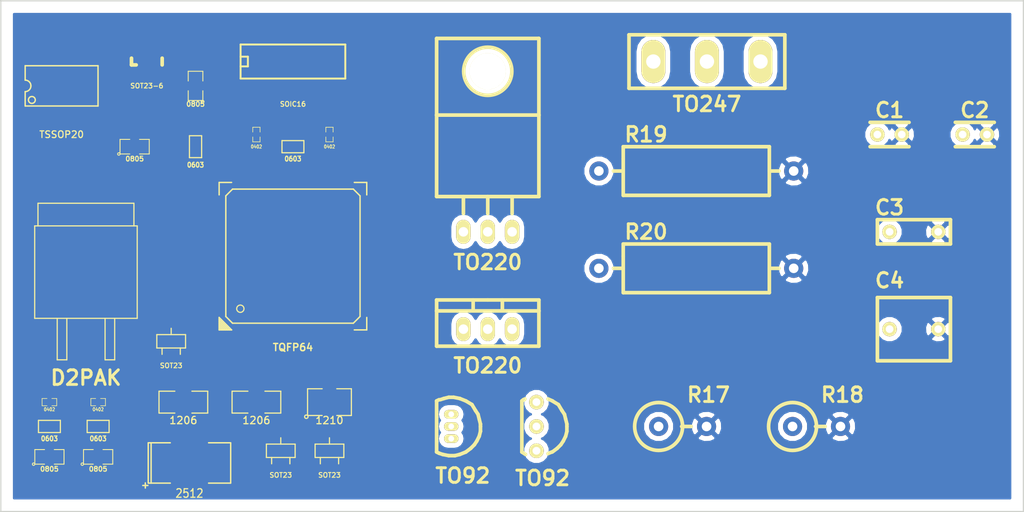
<source format=kicad_pcb>
(kicad_pcb (version 3) (host pcbnew "(2014-01-22 BZR 4631)-product")

  (general
    (links 22)
    (no_connects 15)
    (area 0 0 0 0)
    (thickness 1.6)
    (drawings 4)
    (tracks 0)
    (zones 0)
    (modules 37)
    (nets 131)
  )

  (page A3)
  (layers
    (15 F.Cu signal)
    (0 B.Cu signal hide)
    (16 B.Adhes user)
    (17 F.Adhes user)
    (18 B.Paste user)
    (19 F.Paste user)
    (20 B.SilkS user)
    (21 F.SilkS user)
    (22 B.Mask user)
    (23 F.Mask user)
    (24 Dwgs.User user)
    (25 Cmts.User user)
    (26 Eco1.User user)
    (27 Eco2.User user)
    (28 Edge.Cuts user)
  )

  (setup
    (last_trace_width 0.254)
    (trace_clearance 0.254)
    (zone_clearance 0.508)
    (zone_45_only no)
    (trace_min 0.254)
    (segment_width 0.2)
    (edge_width 0.15)
    (via_size 0.889)
    (via_drill 0.635)
    (via_min_size 0.889)
    (via_min_drill 0.508)
    (uvia_size 0.508)
    (uvia_drill 0.127)
    (uvias_allowed no)
    (uvia_min_size 0.508)
    (uvia_min_drill 0.127)
    (pcb_text_width 0.3)
    (pcb_text_size 1 1)
    (mod_edge_width 0.15)
    (mod_text_size 1 1)
    (mod_text_width 0.15)
    (pad_size 1 1)
    (pad_drill 0.6)
    (pad_to_mask_clearance 0)
    (aux_axis_origin 0 0)
    (visible_elements FFFFF7BF)
    (pcbplotparams
      (layerselection 3178497)
      (usegerberextensions true)
      (excludeedgelayer true)
      (linewidth 0.150000)
      (plotframeref false)
      (viasonmask false)
      (mode 1)
      (useauxorigin false)
      (hpglpennumber 1)
      (hpglpenspeed 20)
      (hpglpendiameter 15)
      (hpglpenoverlay 2)
      (psnegative false)
      (psa4output false)
      (plotreference true)
      (plotvalue true)
      (plotothertext true)
      (plotinvisibletext false)
      (padsonsilk false)
      (subtractmaskfromsilk false)
      (outputformat 1)
      (mirror false)
      (drillshape 1)
      (scaleselection 1)
      (outputdirectory ""))
  )

  (net 0 "")
  (net 1 GND)
  (net 2 "Net-(C1-Pad1)")
  (net 3 "Net-(C2-Pad1)")
  (net 4 "Net-(C3-Pad1)")
  (net 5 "Net-(C4-Pad1)")
  (net 6 "Net-(IC1-Pad1)")
  (net 7 "Net-(IC1-Pad2)")
  (net 8 "Net-(IC1-Pad3)")
  (net 9 "Net-(IC1-Pad4)")
  (net 10 "Net-(IC1-Pad5)")
  (net 11 "Net-(IC1-Pad6)")
  (net 12 "Net-(IC2-Pad1)")
  (net 13 "Net-(IC2-Pad10)")
  (net 14 "Net-(IC2-Pad11)")
  (net 15 "Net-(IC2-Pad12)")
  (net 16 "Net-(IC2-Pad13)")
  (net 17 "Net-(IC2-Pad14)")
  (net 18 "Net-(IC2-Pad15)")
  (net 19 "Net-(IC2-Pad16)")
  (net 20 "Net-(IC2-Pad17)")
  (net 21 "Net-(IC2-Pad18)")
  (net 22 "Net-(IC2-Pad19)")
  (net 23 "Net-(IC2-Pad2)")
  (net 24 "Net-(IC2-Pad20)")
  (net 25 "Net-(IC2-Pad3)")
  (net 26 "Net-(IC2-Pad4)")
  (net 27 "Net-(IC2-Pad5)")
  (net 28 "Net-(IC2-Pad6)")
  (net 29 "Net-(IC2-Pad7)")
  (net 30 "Net-(IC2-Pad8)")
  (net 31 "Net-(IC2-Pad9)")
  (net 32 "Net-(IC3-Pad1)")
  (net 33 "Net-(IC3-Pad10)")
  (net 34 "Net-(IC3-Pad11)")
  (net 35 "Net-(IC3-Pad12)")
  (net 36 "Net-(IC3-Pad13)")
  (net 37 "Net-(IC3-Pad14)")
  (net 38 "Net-(IC3-Pad15)")
  (net 39 "Net-(IC3-Pad16)")
  (net 40 "Net-(IC3-Pad2)")
  (net 41 "Net-(IC3-Pad3)")
  (net 42 "Net-(IC3-Pad4)")
  (net 43 "Net-(IC3-Pad5)")
  (net 44 "Net-(IC3-Pad6)")
  (net 45 "Net-(IC3-Pad7)")
  (net 46 "Net-(IC3-Pad8)")
  (net 47 "Net-(IC3-Pad9)")
  (net 48 "Net-(IC4-Pad1)")
  (net 49 "Net-(IC4-Pad10)")
  (net 50 "Net-(IC4-Pad11)")
  (net 51 "Net-(IC4-Pad12)")
  (net 52 "Net-(IC4-Pad13)")
  (net 53 "Net-(IC4-Pad14)")
  (net 54 "Net-(IC4-Pad15)")
  (net 55 "Net-(IC4-Pad16)")
  (net 56 "Net-(IC4-Pad17)")
  (net 57 "Net-(IC4-Pad18)")
  (net 58 "Net-(IC4-Pad19)")
  (net 59 "Net-(IC4-Pad2)")
  (net 60 "Net-(IC4-Pad20)")
  (net 61 "Net-(IC4-Pad21)")
  (net 62 "Net-(IC4-Pad22)")
  (net 63 "Net-(IC4-Pad23)")
  (net 64 "Net-(IC4-Pad24)")
  (net 65 "Net-(IC4-Pad25)")
  (net 66 "Net-(IC4-Pad26)")
  (net 67 "Net-(IC4-Pad27)")
  (net 68 "Net-(IC4-Pad28)")
  (net 69 "Net-(IC4-Pad29)")
  (net 70 "Net-(IC4-Pad3)")
  (net 71 "Net-(IC4-Pad30)")
  (net 72 "Net-(IC4-Pad31)")
  (net 73 "Net-(IC4-Pad32)")
  (net 74 "Net-(IC4-Pad33)")
  (net 75 "Net-(IC4-Pad34)")
  (net 76 "Net-(IC4-Pad35)")
  (net 77 "Net-(IC4-Pad36)")
  (net 78 "Net-(IC4-Pad37)")
  (net 79 "Net-(IC4-Pad38)")
  (net 80 "Net-(IC4-Pad39)")
  (net 81 "Net-(IC4-Pad4)")
  (net 82 "Net-(IC4-Pad40)")
  (net 83 "Net-(IC4-Pad41)")
  (net 84 "Net-(IC4-Pad42)")
  (net 85 "Net-(IC4-Pad43)")
  (net 86 "Net-(IC4-Pad44)")
  (net 87 "Net-(IC4-Pad45)")
  (net 88 "Net-(IC4-Pad46)")
  (net 89 "Net-(IC4-Pad47)")
  (net 90 "Net-(IC4-Pad48)")
  (net 91 "Net-(IC4-Pad49)")
  (net 92 "Net-(IC4-Pad5)")
  (net 93 "Net-(IC4-Pad50)")
  (net 94 "Net-(IC4-Pad51)")
  (net 95 "Net-(IC4-Pad52)")
  (net 96 "Net-(IC4-Pad53)")
  (net 97 "Net-(IC4-Pad54)")
  (net 98 "Net-(IC4-Pad55)")
  (net 99 "Net-(IC4-Pad56)")
  (net 100 "Net-(IC4-Pad57)")
  (net 101 "Net-(IC4-Pad58)")
  (net 102 "Net-(IC4-Pad59)")
  (net 103 "Net-(IC4-Pad6)")
  (net 104 "Net-(IC4-Pad60)")
  (net 105 "Net-(IC4-Pad63)")
  (net 106 "Net-(IC4-Pad64)")
  (net 107 "Net-(IC4-Pad7)")
  (net 108 "Net-(IC4-Pad8)")
  (net 109 "Net-(IC4-Pad9)")
  (net 110 "Net-(R1-Pad1)")
  (net 111 "Net-(R10-Pad1)")
  (net 112 "Net-(R11-Pad1)")
  (net 113 "Net-(R12-Pad1)")
  (net 114 "Net-(R13-Pad1)")
  (net 115 "Net-(R14-Pad1)")
  (net 116 "Net-(R15-Pad1)")
  (net 117 "Net-(R16-Pad1)")
  (net 118 "Net-(R17-Pad1)")
  (net 119 "Net-(R18-Pad1)")
  (net 120 "Net-(R19-Pad1)")
  (net 121 "Net-(R2-Pad1)")
  (net 122 "Net-(R2-Pad2)")
  (net 123 "Net-(R20-Pad1)")
  (net 124 "Net-(R3-Pad1)")
  (net 125 "Net-(R4-Pad1)")
  (net 126 "Net-(R5-Pad1)")
  (net 127 "Net-(R6-Pad1)")
  (net 128 "Net-(R7-Pad1)")
  (net 129 "Net-(R8-Pad1)")
  (net 130 "Net-(R9-Pad1)")

  (net_class Default "This is the default net class."
    (clearance 0.254)
    (trace_width 0.254)
    (via_dia 0.889)
    (via_drill 0.635)
    (uvia_dia 0.508)
    (uvia_drill 0.127)
    (add_net "")
    (add_net GND)
    (add_net "Net-(C1-Pad1)")
    (add_net "Net-(C2-Pad1)")
    (add_net "Net-(C3-Pad1)")
    (add_net "Net-(C4-Pad1)")
    (add_net "Net-(IC1-Pad1)")
    (add_net "Net-(IC1-Pad2)")
    (add_net "Net-(IC1-Pad3)")
    (add_net "Net-(IC1-Pad4)")
    (add_net "Net-(IC1-Pad5)")
    (add_net "Net-(IC1-Pad6)")
    (add_net "Net-(IC2-Pad1)")
    (add_net "Net-(IC2-Pad10)")
    (add_net "Net-(IC2-Pad11)")
    (add_net "Net-(IC2-Pad12)")
    (add_net "Net-(IC2-Pad13)")
    (add_net "Net-(IC2-Pad14)")
    (add_net "Net-(IC2-Pad15)")
    (add_net "Net-(IC2-Pad16)")
    (add_net "Net-(IC2-Pad17)")
    (add_net "Net-(IC2-Pad18)")
    (add_net "Net-(IC2-Pad19)")
    (add_net "Net-(IC2-Pad2)")
    (add_net "Net-(IC2-Pad20)")
    (add_net "Net-(IC2-Pad3)")
    (add_net "Net-(IC2-Pad4)")
    (add_net "Net-(IC2-Pad5)")
    (add_net "Net-(IC2-Pad6)")
    (add_net "Net-(IC2-Pad7)")
    (add_net "Net-(IC2-Pad8)")
    (add_net "Net-(IC2-Pad9)")
    (add_net "Net-(IC3-Pad1)")
    (add_net "Net-(IC3-Pad10)")
    (add_net "Net-(IC3-Pad11)")
    (add_net "Net-(IC3-Pad12)")
    (add_net "Net-(IC3-Pad13)")
    (add_net "Net-(IC3-Pad14)")
    (add_net "Net-(IC3-Pad15)")
    (add_net "Net-(IC3-Pad16)")
    (add_net "Net-(IC3-Pad2)")
    (add_net "Net-(IC3-Pad3)")
    (add_net "Net-(IC3-Pad4)")
    (add_net "Net-(IC3-Pad5)")
    (add_net "Net-(IC3-Pad6)")
    (add_net "Net-(IC3-Pad7)")
    (add_net "Net-(IC3-Pad8)")
    (add_net "Net-(IC3-Pad9)")
    (add_net "Net-(IC4-Pad1)")
    (add_net "Net-(IC4-Pad10)")
    (add_net "Net-(IC4-Pad11)")
    (add_net "Net-(IC4-Pad12)")
    (add_net "Net-(IC4-Pad13)")
    (add_net "Net-(IC4-Pad14)")
    (add_net "Net-(IC4-Pad15)")
    (add_net "Net-(IC4-Pad16)")
    (add_net "Net-(IC4-Pad17)")
    (add_net "Net-(IC4-Pad18)")
    (add_net "Net-(IC4-Pad19)")
    (add_net "Net-(IC4-Pad2)")
    (add_net "Net-(IC4-Pad20)")
    (add_net "Net-(IC4-Pad21)")
    (add_net "Net-(IC4-Pad22)")
    (add_net "Net-(IC4-Pad23)")
    (add_net "Net-(IC4-Pad24)")
    (add_net "Net-(IC4-Pad25)")
    (add_net "Net-(IC4-Pad26)")
    (add_net "Net-(IC4-Pad27)")
    (add_net "Net-(IC4-Pad28)")
    (add_net "Net-(IC4-Pad29)")
    (add_net "Net-(IC4-Pad3)")
    (add_net "Net-(IC4-Pad30)")
    (add_net "Net-(IC4-Pad31)")
    (add_net "Net-(IC4-Pad32)")
    (add_net "Net-(IC4-Pad33)")
    (add_net "Net-(IC4-Pad34)")
    (add_net "Net-(IC4-Pad35)")
    (add_net "Net-(IC4-Pad36)")
    (add_net "Net-(IC4-Pad37)")
    (add_net "Net-(IC4-Pad38)")
    (add_net "Net-(IC4-Pad39)")
    (add_net "Net-(IC4-Pad4)")
    (add_net "Net-(IC4-Pad40)")
    (add_net "Net-(IC4-Pad41)")
    (add_net "Net-(IC4-Pad42)")
    (add_net "Net-(IC4-Pad43)")
    (add_net "Net-(IC4-Pad44)")
    (add_net "Net-(IC4-Pad45)")
    (add_net "Net-(IC4-Pad46)")
    (add_net "Net-(IC4-Pad47)")
    (add_net "Net-(IC4-Pad48)")
    (add_net "Net-(IC4-Pad49)")
    (add_net "Net-(IC4-Pad5)")
    (add_net "Net-(IC4-Pad50)")
    (add_net "Net-(IC4-Pad51)")
    (add_net "Net-(IC4-Pad52)")
    (add_net "Net-(IC4-Pad53)")
    (add_net "Net-(IC4-Pad54)")
    (add_net "Net-(IC4-Pad55)")
    (add_net "Net-(IC4-Pad56)")
    (add_net "Net-(IC4-Pad57)")
    (add_net "Net-(IC4-Pad58)")
    (add_net "Net-(IC4-Pad59)")
    (add_net "Net-(IC4-Pad6)")
    (add_net "Net-(IC4-Pad60)")
    (add_net "Net-(IC4-Pad63)")
    (add_net "Net-(IC4-Pad64)")
    (add_net "Net-(IC4-Pad7)")
    (add_net "Net-(IC4-Pad8)")
    (add_net "Net-(IC4-Pad9)")
    (add_net "Net-(R1-Pad1)")
    (add_net "Net-(R10-Pad1)")
    (add_net "Net-(R11-Pad1)")
    (add_net "Net-(R12-Pad1)")
    (add_net "Net-(R13-Pad1)")
    (add_net "Net-(R14-Pad1)")
    (add_net "Net-(R15-Pad1)")
    (add_net "Net-(R16-Pad1)")
    (add_net "Net-(R17-Pad1)")
    (add_net "Net-(R18-Pad1)")
    (add_net "Net-(R19-Pad1)")
    (add_net "Net-(R2-Pad1)")
    (add_net "Net-(R2-Pad2)")
    (add_net "Net-(R20-Pad1)")
    (add_net "Net-(R3-Pad1)")
    (add_net "Net-(R4-Pad1)")
    (add_net "Net-(R5-Pad1)")
    (add_net "Net-(R6-Pad1)")
    (add_net "Net-(R7-Pad1)")
    (add_net "Net-(R8-Pad1)")
    (add_net "Net-(R9-Pad1)")
  )

  (module Capacitors_ThroughHole:Capacitor4x3RM2.5 (layer F.Cu) (tedit 52EAC4BE) (tstamp 52EAC790)
    (at 222.25 81.28)
    (descr "Capacitor 4mm x 2,5mm RM 2,5mm")
    (tags "Capacitor Kondensator")
    (path /52EAC033)
    (fp_text reference C1 (at 1.27 -2.54) (layer F.SilkS)
      (effects (font (thickness 0.3048)))
    )
    (fp_text value "C 2.5" (at 0.254 3.048) (layer F.SilkS) hide
      (effects (font (thickness 0.3048)))
    )
    (fp_line (start 3.302 -1.27) (end -0.762 -1.27) (layer F.SilkS) (width 0.381))
    (fp_line (start -0.762 1.27) (end 3.302 1.27) (layer F.SilkS) (width 0.381))
    (pad 1 thru_hole circle (at 0 0) (size 1.50114 1.50114) (drill 0.8001) (layers *.Cu *.Mask F.SilkS)
      (net 2 "Net-(C1-Pad1)"))
    (pad 2 thru_hole circle (at 2.54 0) (size 1.50114 1.50114) (drill 0.8001) (layers *.Cu *.Mask F.SilkS)
      (net 1 GND))
  )

  (module Capacitors_ThroughHole:Capacitor4x3RM2.5 (layer F.Cu) (tedit 52EAC49D) (tstamp 52EAC798)
    (at 231.14 81.28)
    (descr "Capacitor 4mm x 2,5mm RM 2,5mm")
    (tags "Capacitor Kondensator")
    (path /52EAC05F)
    (fp_text reference C2 (at 1.27 -2.54) (layer F.SilkS)
      (effects (font (thickness 0.3048)))
    )
    (fp_text value "C 2.5" (at 0.254 3.048) (layer F.SilkS) hide
      (effects (font (thickness 0.3048)))
    )
    (fp_line (start 3.302 -1.27) (end -0.762 -1.27) (layer F.SilkS) (width 0.381))
    (fp_line (start -0.762 1.27) (end 3.302 1.27) (layer F.SilkS) (width 0.381))
    (pad 1 thru_hole circle (at 0 0) (size 1.50114 1.50114) (drill 0.8001) (layers *.Cu *.Mask F.SilkS)
      (net 3 "Net-(C2-Pad1)"))
    (pad 2 thru_hole circle (at 2.54 0) (size 1.50114 1.50114) (drill 0.8001) (layers *.Cu *.Mask F.SilkS)
      (net 1 GND))
  )

  (module Capacitors_ThroughHole:Capacitor7x2.5RM5 (layer F.Cu) (tedit 52EAC4A3) (tstamp 52EAC7A2)
    (at 223.52 91.44)
    (descr "Capacitor 7mm x 2,5mm RM 5mm")
    (tags "Capacitor Kondensator")
    (path /52EAC06A)
    (fp_text reference C3 (at 0 -2.54) (layer F.SilkS)
      (effects (font (thickness 0.3048)))
    )
    (fp_text value "C 5" (at 5.08 -2.54) (layer F.SilkS) hide
      (effects (font (thickness 0.3048)))
    )
    (fp_line (start 6.35 1.27) (end 6.35 -1.27) (layer F.SilkS) (width 0.381))
    (fp_line (start 6.35 -1.27) (end -1.27 -1.27) (layer F.SilkS) (width 0.381))
    (fp_line (start -1.27 -1.27) (end -1.27 1.27) (layer F.SilkS) (width 0.381))
    (fp_line (start -1.27 1.27) (end 6.35 1.27) (layer F.SilkS) (width 0.381))
    (pad 1 thru_hole circle (at 0 0) (size 1.50114 1.50114) (drill 0.8001) (layers *.Cu *.Mask F.SilkS)
      (net 4 "Net-(C3-Pad1)"))
    (pad 2 thru_hole circle (at 5.08 0) (size 1.50114 1.50114) (drill 0.8001) (layers *.Cu *.Mask F.SilkS)
      (net 1 GND))
  )

  (module Capacitors_ThroughHole:Capacitor7.5x6.5RM5 (layer F.Cu) (tedit 52EAC4A8) (tstamp 52EAC7AC)
    (at 223.52 101.6)
    (descr "Capacitor 7,5mm x 6,5mm RM 5mm")
    (tags "Capacitor Kondensator")
    (path /52EAC07A)
    (fp_text reference C4 (at 0 -5.08) (layer F.SilkS)
      (effects (font (thickness 0.3048)))
    )
    (fp_text value "C 5" (at 5.08 -5.08) (layer F.SilkS) hide
      (effects (font (thickness 0.3048)))
    )
    (fp_line (start 6.35 3.302) (end 6.35 -3.302) (layer F.SilkS) (width 0.381))
    (fp_line (start 6.35 -3.302) (end -1.27 -3.302) (layer F.SilkS) (width 0.381))
    (fp_line (start -1.27 -3.302) (end -1.27 3.302) (layer F.SilkS) (width 0.381))
    (fp_line (start -1.27 3.302) (end 6.35 3.302) (layer F.SilkS) (width 0.381))
    (pad 1 thru_hole circle (at 0 0) (size 1.50114 1.50114) (drill 0.8001) (layers *.Cu *.Mask F.SilkS)
      (net 5 "Net-(C4-Pad1)"))
    (pad 2 thru_hole circle (at 5.08 0) (size 1.50114 1.50114) (drill 0.8001) (layers *.Cu *.Mask F.SilkS)
      (net 1 GND))
  )

  (module Transistors_SMD:sot23 (layer F.Cu) (tedit 52EAC7C7) (tstamp 52EAC8F5)
    (at 160.02 114.3)
    (descr SOT23)
    (path /52E95C22)
    (attr smd)
    (fp_text reference Q1 (at 0 0) (layer F.SilkS) hide
      (effects (font (size 0.50038 0.50038) (thickness 0.09906)))
    )
    (fp_text value SOT23 (at 0 2.54) (layer F.SilkS)
      (effects (font (size 0.50038 0.50038) (thickness 0.09906)))
    )
    (fp_line (start 0.9525 0.6985) (end 0.9525 1.3589) (layer F.SilkS) (width 0.127))
    (fp_line (start -0.9525 0.6985) (end -0.9525 1.3589) (layer F.SilkS) (width 0.127))
    (fp_line (start 0 -0.6985) (end 0 -1.3589) (layer F.SilkS) (width 0.127))
    (fp_line (start -1.4986 -0.6985) (end 1.4986 -0.6985) (layer F.SilkS) (width 0.127))
    (fp_line (start 1.4986 -0.6985) (end 1.4986 0.6985) (layer F.SilkS) (width 0.127))
    (fp_line (start 1.4986 0.6985) (end -1.4986 0.6985) (layer F.SilkS) (width 0.127))
    (fp_line (start -1.4986 0.6985) (end -1.4986 -0.6985) (layer F.SilkS) (width 0.127))
    (pad 1 smd rect (at -0.9525 1.05664) (size 0.59944 1.00076) (layers F.Cu F.Paste F.Mask))
    (pad 2 smd rect (at 0 -1.05664) (size 0.59944 1.00076) (layers F.Cu F.Paste F.Mask))
    (pad 3 smd rect (at 0.9525 1.05664) (size 0.59944 1.00076) (layers F.Cu F.Paste F.Mask))
    (model smd/smd_transistors/sot23.wrl
      (at (xyz 0 0 0))
      (scale (xyz 1 1 1))
      (rotate (xyz 0 0 0))
    )
  )

  (module Transistors_SMD:sot404 (layer F.Cu) (tedit 52EAC7AD) (tstamp 52EAC909)
    (at 139.7 97.79)
    (descr SOT404)
    (path /52E96C76)
    (attr smd)
    (fp_text reference Q2 (at -0.09906 0.8001) (layer F.SilkS) hide
      (effects (font (thickness 0.3048)))
    )
    (fp_text value D2PAK (at 0 8.89) (layer F.SilkS)
      (effects (font (thickness 0.3048)))
    )
    (fp_line (start -5.0038 -6.9723) (end -5.0038 -9.3345) (layer F.SilkS) (width 0.127))
    (fp_line (start -5.0038 -9.3345) (end 5.0038 -9.3345) (layer F.SilkS) (width 0.127))
    (fp_line (start 5.0038 -9.3345) (end 5.0038 -6.9723) (layer F.SilkS) (width 0.127))
    (fp_line (start 2.9972 7.0104) (end 2.9972 2.6797) (layer F.SilkS) (width 0.127))
    (fp_line (start 1.9939 7.0104) (end 2.9972 7.0104) (layer F.SilkS) (width 0.127))
    (fp_line (start 1.9939 2.6797) (end 1.9939 7.0104) (layer F.SilkS) (width 0.127))
    (fp_line (start -2.9972 2.6797) (end -2.9972 7.0104) (layer F.SilkS) (width 0.127))
    (fp_line (start -2.9972 7.0104) (end -1.9939 7.0104) (layer F.SilkS) (width 0.127))
    (fp_line (start -1.9939 7.0104) (end -1.9939 2.6797) (layer F.SilkS) (width 0.127))
    (fp_line (start -5.3467 -6.9723) (end 5.3467 -6.9723) (layer F.SilkS) (width 0.127))
    (fp_line (start 5.3467 -6.9723) (end 5.3467 2.6797) (layer F.SilkS) (width 0.127))
    (fp_line (start 5.3467 2.6797) (end -5.3467 2.6797) (layer F.SilkS) (width 0.127))
    (fp_line (start -5.3467 2.6797) (end -5.3467 -6.9723) (layer F.SilkS) (width 0.127))
    (pad 1 smd rect (at -2.49936 5.5499) (size 1.99898 3.79984) (layers F.Cu F.Paste F.Mask))
    (pad 3 smd rect (at 2.49936 5.5499) (size 1.99898 3.79984) (layers F.Cu F.Paste F.Mask))
    (pad 2 smd rect (at 0 -5.5499) (size 11.50112 8.99922) (layers F.Cu F.Paste F.Mask))
    (model smd/smd_transistors/sot404.wrl
      (at (xyz 0 0 0))
      (scale (xyz 1 1 1))
      (rotate (xyz 0 0 0))
    )
  )

  (module Housings_TO-92:TO-92-Free-inline-narrow-oval (layer F.Cu) (tedit 52EAC8D4) (tstamp 52EAC929)
    (at 177.8 111.76)
    (descr "TO-92 allgemein free inline narrow oval drill 0,6mm")
    (tags "TO-92 allgemein free inline narrow oval drill 0,6mm")
    (path /52EABB5E)
    (fp_text reference Q3 (at 1.27 0) (layer F.SilkS) hide
      (effects (font (thickness 0.3048)))
    )
    (fp_text value TO92 (at 1.2065 5.1435) (layer F.SilkS)
      (effects (font (thickness 0.3048)))
    )
    (fp_line (start 3.048 0) (end 3.048 0.508) (layer F.SilkS) (width 0.381))
    (fp_line (start 3.048 0.508) (end 2.921 1.016) (layer F.SilkS) (width 0.381))
    (fp_line (start 2.921 1.016) (end 2.667 1.524) (layer F.SilkS) (width 0.381))
    (fp_line (start 2.667 1.524) (end 2.413 1.905) (layer F.SilkS) (width 0.381))
    (fp_line (start 2.413 1.905) (end 2.032 2.286) (layer F.SilkS) (width 0.381))
    (fp_line (start 2.032 2.286) (end 1.524 2.667) (layer F.SilkS) (width 0.381))
    (fp_line (start 1.524 2.667) (end 0.889 2.921) (layer F.SilkS) (width 0.381))
    (fp_line (start 0.889 2.921) (end 0.381 3.048) (layer F.SilkS) (width 0.381))
    (fp_line (start 0.381 3.048) (end -0.254 3.048) (layer F.SilkS) (width 0.381))
    (fp_line (start -0.254 3.048) (end -0.889 2.921) (layer F.SilkS) (width 0.381))
    (fp_line (start -0.889 2.921) (end -1.27 2.794) (layer F.SilkS) (width 0.381))
    (fp_line (start -1.27 2.794) (end -1.524 2.667) (layer F.SilkS) (width 0.381))
    (fp_line (start -1.143 -2.794) (end -0.762 -2.921) (layer F.SilkS) (width 0.381))
    (fp_line (start -0.762 -2.921) (end -0.254 -3.048) (layer F.SilkS) (width 0.381))
    (fp_line (start -0.254 -3.048) (end 0.254 -3.048) (layer F.SilkS) (width 0.381))
    (fp_line (start 0.254 -3.048) (end 0.889 -2.921) (layer F.SilkS) (width 0.381))
    (fp_line (start 0.889 -2.921) (end 1.524 -2.667) (layer F.SilkS) (width 0.381))
    (fp_line (start 1.524 -2.667) (end 2.159 -2.286) (layer F.SilkS) (width 0.381))
    (fp_line (start 2.159 -2.286) (end 2.54 -1.651) (layer F.SilkS) (width 0.381))
    (fp_line (start 2.54 -1.651) (end 2.794 -1.27) (layer F.SilkS) (width 0.381))
    (fp_line (start 2.794 -1.27) (end 2.921 -0.762) (layer F.SilkS) (width 0.381))
    (fp_line (start 2.921 -0.762) (end 3.048 -0.254) (layer F.SilkS) (width 0.381))
    (fp_line (start 3.048 -0.254) (end 3.048 0) (layer F.SilkS) (width 0.381))
    (fp_line (start -1.524 -2.667) (end -1.27 -2.794) (layer F.SilkS) (width 0.381))
    (fp_line (start -1.524 -2.667) (end -1.524 2.667) (layer F.SilkS) (width 0.381))
    (pad 2 thru_hole oval (at 0 0 90) (size 0.89916 1.50114) (drill 0.59944) (layers *.Cu *.Mask F.SilkS))
    (pad 3 thru_hole oval (at 0 1.27 90) (size 0.89916 1.50114) (drill 0.59944) (layers *.Cu *.Mask F.SilkS))
    (pad 1 thru_hole oval (at 0 -1.27 90) (size 0.89916 1.50114) (drill 0.59944) (layers *.Cu *.Mask F.SilkS))
  )

  (module Housings_TO-92:TO-92-Free-inline-wide (layer F.Cu) (tedit 52EAC8D9) (tstamp 52EAC942)
    (at 186.69 111.76)
    (descr "TO-92 allgemein free inline wide drill 0,8mm")
    (tags "TO-92 allgemein free inline wide drill 0,8mm")
    (path /52EABC65)
    (fp_text reference Q4 (at 1.27 0) (layer F.SilkS) hide
      (effects (font (thickness 0.3048)))
    )
    (fp_text value TO92 (at 0.635 5.3975) (layer F.SilkS)
      (effects (font (thickness 0.3048)))
    )
    (fp_line (start -1.524 2.667) (end -1.143 2.921) (layer F.SilkS) (width 0.381))
    (fp_line (start 1.6764 -2.667) (end 1.2065 -2.8702) (layer F.SilkS) (width 0.381))
    (fp_line (start -1.3843 -2.794) (end -1.2065 -2.8702) (layer F.SilkS) (width 0.381))
    (fp_line (start 1.6256 2.6543) (end 1.2065 2.8321) (layer F.SilkS) (width 0.381))
    (fp_line (start 3.175 0) (end 3.175 0.508) (layer F.SilkS) (width 0.381))
    (fp_line (start 3.175 0.508) (end 3.048 1.016) (layer F.SilkS) (width 0.381))
    (fp_line (start 3.048 1.016) (end 2.794 1.524) (layer F.SilkS) (width 0.381))
    (fp_line (start 2.794 1.524) (end 2.54 1.905) (layer F.SilkS) (width 0.381))
    (fp_line (start 2.54 1.905) (end 2.159 2.286) (layer F.SilkS) (width 0.381))
    (fp_line (start 2.159 2.286) (end 1.651 2.667) (layer F.SilkS) (width 0.381))
    (fp_line (start 1.651 -2.667) (end 2.286 -2.286) (layer F.SilkS) (width 0.381))
    (fp_line (start 2.286 -2.286) (end 2.667 -1.651) (layer F.SilkS) (width 0.381))
    (fp_line (start 2.667 -1.651) (end 2.921 -1.27) (layer F.SilkS) (width 0.381))
    (fp_line (start 2.921 -1.27) (end 3.048 -0.762) (layer F.SilkS) (width 0.381))
    (fp_line (start 3.048 -0.762) (end 3.175 -0.254) (layer F.SilkS) (width 0.381))
    (fp_line (start 3.175 -0.254) (end 3.175 0) (layer F.SilkS) (width 0.381))
    (fp_line (start -1.524 -2.667) (end -1.27 -2.794) (layer F.SilkS) (width 0.381))
    (fp_line (start -1.524 -2.667) (end -1.524 2.667) (layer F.SilkS) (width 0.381))
    (pad 2 thru_hole circle (at 0 0) (size 1.524 1.524) (drill 0.8128) (layers *.Cu *.Mask F.SilkS))
    (pad 3 thru_hole circle (at 0 2.54) (size 1.524 1.524) (drill 0.8128) (layers *.Cu *.Mask F.SilkS))
    (pad 1 thru_hole circle (at 0 -2.54) (size 1.524 1.524) (drill 0.8128) (layers *.Cu *.Mask F.SilkS))
  )

  (module Transistors_TO-220:TO-220_Neutral123_Horizontal (layer F.Cu) (tedit 52EAC8CD) (tstamp 52EAC956)
    (at 181.61 91.44)
    (descr "TO-220, Neutral, Horizontal,")
    (tags "TO-220, Neutral, Horizontal,")
    (path /52EABD6A)
    (fp_text reference Q5 (at 0 -7.62) (layer F.SilkS) hide
      (effects (font (thickness 0.3048)))
    )
    (fp_text value TO220 (at 0 3.175) (layer F.SilkS)
      (effects (font (thickness 0.3048)))
    )
    (fp_circle (center 0 -16.764) (end 1.778 -14.986) (layer F.SilkS) (width 0.381))
    (fp_line (start -2.54 -3.683) (end -2.54 -1.905) (layer F.SilkS) (width 0.381))
    (fp_line (start 0 -3.683) (end 0 -1.905) (layer F.SilkS) (width 0.381))
    (fp_line (start 2.54 -3.683) (end 2.54 -1.905) (layer F.SilkS) (width 0.381))
    (fp_line (start 5.334 -12.192) (end 5.334 -20.193) (layer F.SilkS) (width 0.381))
    (fp_line (start 5.334 -20.193) (end -5.334 -20.193) (layer F.SilkS) (width 0.381))
    (fp_line (start -5.334 -20.193) (end -5.334 -12.192) (layer F.SilkS) (width 0.381))
    (fp_line (start 5.334 -3.683) (end 5.334 -12.192) (layer F.SilkS) (width 0.381))
    (fp_line (start 5.334 -12.192) (end -5.334 -12.192) (layer F.SilkS) (width 0.381))
    (fp_line (start -5.334 -12.192) (end -5.334 -3.683) (layer F.SilkS) (width 0.381))
    (fp_line (start 0 -3.683) (end -5.334 -3.683) (layer F.SilkS) (width 0.381))
    (fp_line (start 0 -3.683) (end 5.334 -3.683) (layer F.SilkS) (width 0.381))
    (pad 2 thru_hole oval (at 0 0 90) (size 2.49936 1.50114) (drill 1.00076) (layers *.Cu *.Mask F.SilkS))
    (pad 1 thru_hole oval (at -2.54 0 90) (size 2.49936 1.50114) (drill 1.00076) (layers *.Cu *.Mask F.SilkS))
    (pad 3 thru_hole oval (at 2.54 0 90) (size 2.49936 1.50114) (drill 1.00076) (layers *.Cu *.Mask F.SilkS))
    (pad "" np_thru_hole circle (at 0 -16.764 90) (size 3.79984 3.79984) (drill 3.79984) (layers *.Cu *.Mask F.SilkS))
    (model Transistor_TO-220_Wings3d_RevB_03Sep2012/TO220-Horizontal_RevB_Faktor03937_03Sep2012.wrl
      (at (xyz 0 0 0))
      (scale (xyz 0.3937 0.3937 0.3937))
      (rotate (xyz 0 0 0))
    )
  )

  (module Transistors_TO-220:TO-220_Neutral123_Vertical (layer F.Cu) (tedit 52EAC8E9) (tstamp 52EAC967)
    (at 181.61 101.6)
    (descr "TO-220, Neutral, Vertical,")
    (tags "TO-220, Neutral, Vertical,")
    (path /52EABD75)
    (fp_text reference Q6 (at 0 0) (layer F.SilkS) hide
      (effects (font (thickness 0.3048)))
    )
    (fp_text value TO220 (at 0 3.81) (layer F.SilkS)
      (effects (font (thickness 0.3048)))
    )
    (fp_line (start -1.524 -3.048) (end -1.524 -1.905) (layer F.SilkS) (width 0.381))
    (fp_line (start 1.524 -3.048) (end 1.524 -1.905) (layer F.SilkS) (width 0.381))
    (fp_line (start 5.334 -1.905) (end 5.334 1.778) (layer F.SilkS) (width 0.381))
    (fp_line (start 5.334 1.778) (end -5.334 1.778) (layer F.SilkS) (width 0.381))
    (fp_line (start -5.334 1.778) (end -5.334 -1.905) (layer F.SilkS) (width 0.381))
    (fp_line (start 5.334 -3.048) (end 5.334 -1.905) (layer F.SilkS) (width 0.381))
    (fp_line (start 5.334 -1.905) (end -5.334 -1.905) (layer F.SilkS) (width 0.381))
    (fp_line (start -5.334 -1.905) (end -5.334 -3.048) (layer F.SilkS) (width 0.381))
    (fp_line (start 0 -3.048) (end -5.334 -3.048) (layer F.SilkS) (width 0.381))
    (fp_line (start 0 -3.048) (end 5.334 -3.048) (layer F.SilkS) (width 0.381))
    (pad 2 thru_hole oval (at 0 0 90) (size 2.49936 1.50114) (drill 1.00076) (layers *.Cu *.Mask F.SilkS))
    (pad 1 thru_hole oval (at -2.54 0 90) (size 2.49936 1.50114) (drill 1.00076) (layers *.Cu *.Mask F.SilkS))
    (pad 3 thru_hole oval (at 2.54 0 90) (size 2.49936 1.50114) (drill 1.00076) (layers *.Cu *.Mask F.SilkS))
    (model Transistor_TO-220_Wings3d_RevB_03Sep2012/TO220-vert_RevB_Faktor03937_03Sep2012.wrl
      (at (xyz 0 0 0))
      (scale (xyz 0.3937 0.3937 0.3937))
      (rotate (xyz 0 0 0))
    )
  )

  (module Transistors_TO-247:TO-247_Vertical_Neutral123 (layer F.Cu) (tedit 52EAC8E1) (tstamp 52EAC972)
    (at 204.47 73.66)
    (descr "TO-247 TO-218 TOP-3 FET 1=Gate 2=Drain 3=Source Vertical")
    (tags "Transistor FET TO-247 TO-218 TOP-3 Vertical")
    (path /52EABD80)
    (fp_text reference Q7 (at -2.54 0) (layer F.SilkS) hide
      (effects (font (thickness 0.3048)))
    )
    (fp_text value TO247 (at 0 4.445) (layer F.SilkS)
      (effects (font (thickness 0.3048)))
    )
    (fp_line (start 8.128 2.794) (end 8.128 -2.794) (layer F.SilkS) (width 0.381))
    (fp_line (start 8.128 -2.794) (end -8.128 -2.794) (layer F.SilkS) (width 0.381))
    (fp_line (start -8.128 -2.794) (end -8.128 2.794) (layer F.SilkS) (width 0.381))
    (fp_line (start -8.128 2.794) (end 8.128 2.794) (layer F.SilkS) (width 0.381))
    (pad 2 thru_hole oval (at 0 0 90) (size 4.50088 2.49936) (drill 1.50114) (layers *.Cu *.Mask F.SilkS))
    (pad 1 thru_hole oval (at -5.588 0 90) (size 4.50088 2.49936) (drill 1.50114) (layers *.Cu *.Mask F.SilkS))
    (pad 3 thru_hole oval (at 5.588 0 90) (size 4.50088 2.49936) (drill 1.50114) (layers *.Cu *.Mask F.SilkS))
  )

  (module SMD_Packages:SM0402 (layer F.Cu) (tedit 52EAC884) (tstamp 52EAC97E)
    (at 135.89 109.22)
    (path /52E95B77)
    (attr smd)
    (fp_text reference R1 (at 0 0) (layer F.SilkS) hide
      (effects (font (size 0.35052 0.3048) (thickness 0.07112)))
    )
    (fp_text value 0402 (at 0 0.762) (layer F.SilkS)
      (effects (font (size 0.35052 0.3048) (thickness 0.07112)))
    )
    (fp_line (start -0.254 -0.381) (end -0.762 -0.381) (layer F.SilkS) (width 0.07112))
    (fp_line (start -0.762 -0.381) (end -0.762 0.381) (layer F.SilkS) (width 0.07112))
    (fp_line (start -0.762 0.381) (end -0.254 0.381) (layer F.SilkS) (width 0.07112))
    (fp_line (start 0.254 -0.381) (end 0.762 -0.381) (layer F.SilkS) (width 0.07112))
    (fp_line (start 0.762 -0.381) (end 0.762 0.381) (layer F.SilkS) (width 0.07112))
    (fp_line (start 0.762 0.381) (end 0.254 0.381) (layer F.SilkS) (width 0.07112))
    (pad 1 smd rect (at -0.44958 0) (size 0.39878 0.59944) (layers F.Cu F.Paste F.Mask)
      (net 110 "Net-(R1-Pad1)"))
    (pad 2 smd rect (at 0.44958 0) (size 0.39878 0.59944) (layers F.Cu F.Paste F.Mask)
      (net 1 GND))
    (model smd\chip_cms.wrl
      (at (xyz 0 0 0.002))
      (scale (xyz 0.05 0.05 0.05))
      (rotate (xyz 0 0 0))
    )
  )

  (module SMD_Packages:SM0402 (layer F.Cu) (tedit 52EAC886) (tstamp 52EAD8D1)
    (at 140.97 109.22)
    (path /52E97CED)
    (attr smd)
    (fp_text reference R2 (at 0 0) (layer F.SilkS) hide
      (effects (font (size 0.35052 0.3048) (thickness 0.07112)))
    )
    (fp_text value 0402 (at 0 0.762) (layer F.SilkS)
      (effects (font (size 0.35052 0.3048) (thickness 0.07112)))
    )
    (fp_line (start -0.254 -0.381) (end -0.762 -0.381) (layer F.SilkS) (width 0.07112))
    (fp_line (start -0.762 -0.381) (end -0.762 0.381) (layer F.SilkS) (width 0.07112))
    (fp_line (start -0.762 0.381) (end -0.254 0.381) (layer F.SilkS) (width 0.07112))
    (fp_line (start 0.254 -0.381) (end 0.762 -0.381) (layer F.SilkS) (width 0.07112))
    (fp_line (start 0.762 -0.381) (end 0.762 0.381) (layer F.SilkS) (width 0.07112))
    (fp_line (start 0.762 0.381) (end 0.254 0.381) (layer F.SilkS) (width 0.07112))
    (pad 1 smd rect (at -0.44958 0) (size 0.39878 0.59944) (layers F.Cu F.Paste F.Mask)
      (net 121 "Net-(R2-Pad1)"))
    (pad 2 smd rect (at 0.44958 0) (size 0.39878 0.59944) (layers F.Cu F.Paste F.Mask)
      (net 122 "Net-(R2-Pad2)"))
    (model smd\chip_cms.wrl
      (at (xyz 0 0 0.002))
      (scale (xyz 0.05 0.05 0.05))
      (rotate (xyz 0 0 0))
    )
  )

  (module SMD_Packages:SM0402 (layer F.Cu) (tedit 52EAC821) (tstamp 52EAC996)
    (at 157.48 81.28 270)
    (path /52E95B8B)
    (attr smd)
    (fp_text reference R3 (at 0 0 270) (layer F.SilkS) hide
      (effects (font (size 0.35052 0.3048) (thickness 0.07112)))
    )
    (fp_text value 0402 (at 1.27 0 360) (layer F.SilkS)
      (effects (font (size 0.35052 0.3048) (thickness 0.07112)))
    )
    (fp_line (start -0.254 -0.381) (end -0.762 -0.381) (layer F.SilkS) (width 0.07112))
    (fp_line (start -0.762 -0.381) (end -0.762 0.381) (layer F.SilkS) (width 0.07112))
    (fp_line (start -0.762 0.381) (end -0.254 0.381) (layer F.SilkS) (width 0.07112))
    (fp_line (start 0.254 -0.381) (end 0.762 -0.381) (layer F.SilkS) (width 0.07112))
    (fp_line (start 0.762 -0.381) (end 0.762 0.381) (layer F.SilkS) (width 0.07112))
    (fp_line (start 0.762 0.381) (end 0.254 0.381) (layer F.SilkS) (width 0.07112))
    (pad 1 smd rect (at -0.44958 0 270) (size 0.39878 0.59944) (layers F.Cu F.Paste F.Mask)
      (net 124 "Net-(R3-Pad1)"))
    (pad 2 smd rect (at 0.44958 0 270) (size 0.39878 0.59944) (layers F.Cu F.Paste F.Mask)
      (net 1 GND))
    (model smd\chip_cms.wrl
      (at (xyz 0 0 0.002))
      (scale (xyz 0.05 0.05 0.05))
      (rotate (xyz 0 0 0))
    )
  )

  (module SMD_Packages:SM0402 (layer F.Cu) (tedit 52EAC820) (tstamp 52EAC9A2)
    (at 165.1 81.28 270)
    (path /52E97CF3)
    (attr smd)
    (fp_text reference R4 (at 0 0 270) (layer F.SilkS) hide
      (effects (font (size 0.35052 0.3048) (thickness 0.07112)))
    )
    (fp_text value 0402 (at 1.27 0 360) (layer F.SilkS)
      (effects (font (size 0.35052 0.3048) (thickness 0.07112)))
    )
    (fp_line (start -0.254 -0.381) (end -0.762 -0.381) (layer F.SilkS) (width 0.07112))
    (fp_line (start -0.762 -0.381) (end -0.762 0.381) (layer F.SilkS) (width 0.07112))
    (fp_line (start -0.762 0.381) (end -0.254 0.381) (layer F.SilkS) (width 0.07112))
    (fp_line (start 0.254 -0.381) (end 0.762 -0.381) (layer F.SilkS) (width 0.07112))
    (fp_line (start 0.762 -0.381) (end 0.762 0.381) (layer F.SilkS) (width 0.07112))
    (fp_line (start 0.762 0.381) (end 0.254 0.381) (layer F.SilkS) (width 0.07112))
    (pad 1 smd rect (at -0.44958 0 270) (size 0.39878 0.59944) (layers F.Cu F.Paste F.Mask)
      (net 125 "Net-(R4-Pad1)"))
    (pad 2 smd rect (at 0.44958 0 270) (size 0.39878 0.59944) (layers F.Cu F.Paste F.Mask)
      (net 1 GND))
    (model smd\chip_cms.wrl
      (at (xyz 0 0 0.002))
      (scale (xyz 0.05 0.05 0.05))
      (rotate (xyz 0 0 0))
    )
  )

  (module SMD_Packages:SM0603 (layer F.Cu) (tedit 52EAC865) (tstamp 52EAC9AC)
    (at 135.89 111.76)
    (path /52E95B9F)
    (attr smd)
    (fp_text reference R5 (at 0 0) (layer F.SilkS) hide
      (effects (font (size 0.508 0.4572) (thickness 0.1143)))
    )
    (fp_text value 0603 (at 0 1.27) (layer F.SilkS)
      (effects (font (size 0.508 0.4572) (thickness 0.1143)))
    )
    (fp_line (start -1.143 -0.635) (end 1.143 -0.635) (layer F.SilkS) (width 0.127))
    (fp_line (start 1.143 -0.635) (end 1.143 0.635) (layer F.SilkS) (width 0.127))
    (fp_line (start 1.143 0.635) (end -1.143 0.635) (layer F.SilkS) (width 0.127))
    (fp_line (start -1.143 0.635) (end -1.143 -0.635) (layer F.SilkS) (width 0.127))
    (pad 1 smd rect (at -0.762 0) (size 0.635 1.143) (layers F.Cu F.Paste F.Mask)
      (net 126 "Net-(R5-Pad1)"))
    (pad 2 smd rect (at 0.762 0) (size 0.635 1.143) (layers F.Cu F.Paste F.Mask)
      (net 1 GND))
    (model smd\resistors\R0603.wrl
      (at (xyz 0 0 0.001))
      (scale (xyz 0.5 0.5 0.5))
      (rotate (xyz 0 0 0))
    )
  )

  (module SMD_Packages:SM0603 (layer F.Cu) (tedit 52EAC86A) (tstamp 52EAC9B6)
    (at 140.97 111.76)
    (path /52E97CF9)
    (attr smd)
    (fp_text reference R6 (at 0 0) (layer F.SilkS) hide
      (effects (font (size 0.508 0.4572) (thickness 0.1143)))
    )
    (fp_text value 0603 (at 0 1.27) (layer F.SilkS)
      (effects (font (size 0.508 0.4572) (thickness 0.1143)))
    )
    (fp_line (start -1.143 -0.635) (end 1.143 -0.635) (layer F.SilkS) (width 0.127))
    (fp_line (start 1.143 -0.635) (end 1.143 0.635) (layer F.SilkS) (width 0.127))
    (fp_line (start 1.143 0.635) (end -1.143 0.635) (layer F.SilkS) (width 0.127))
    (fp_line (start -1.143 0.635) (end -1.143 -0.635) (layer F.SilkS) (width 0.127))
    (pad 1 smd rect (at -0.762 0) (size 0.635 1.143) (layers F.Cu F.Paste F.Mask)
      (net 127 "Net-(R6-Pad1)"))
    (pad 2 smd rect (at 0.762 0) (size 0.635 1.143) (layers F.Cu F.Paste F.Mask)
      (net 1 GND))
    (model smd\resistors\R0603.wrl
      (at (xyz 0 0 0.001))
      (scale (xyz 0.5 0.5 0.5))
      (rotate (xyz 0 0 0))
    )
  )

  (module SMD_Packages:SM0603 (layer F.Cu) (tedit 52EAC761) (tstamp 52EAC9C0)
    (at 151.13 82.55 90)
    (path /52E95BB3)
    (attr smd)
    (fp_text reference R7 (at 0 0 90) (layer F.SilkS) hide
      (effects (font (size 0.508 0.4572) (thickness 0.1143)))
    )
    (fp_text value 0603 (at -1.905 0 180) (layer F.SilkS)
      (effects (font (size 0.508 0.4572) (thickness 0.1143)))
    )
    (fp_line (start -1.143 -0.635) (end 1.143 -0.635) (layer F.SilkS) (width 0.127))
    (fp_line (start 1.143 -0.635) (end 1.143 0.635) (layer F.SilkS) (width 0.127))
    (fp_line (start 1.143 0.635) (end -1.143 0.635) (layer F.SilkS) (width 0.127))
    (fp_line (start -1.143 0.635) (end -1.143 -0.635) (layer F.SilkS) (width 0.127))
    (pad 1 smd rect (at -0.762 0 90) (size 0.635 1.143) (layers F.Cu F.Paste F.Mask)
      (net 128 "Net-(R7-Pad1)"))
    (pad 2 smd rect (at 0.762 0 90) (size 0.635 1.143) (layers F.Cu F.Paste F.Mask)
      (net 1 GND))
    (model smd\resistors\R0603.wrl
      (at (xyz 0 0 0.001))
      (scale (xyz 0.5 0.5 0.5))
      (rotate (xyz 0 0 0))
    )
  )

  (module SMD_Packages:SM0603 (layer F.Cu) (tedit 52EAC81E) (tstamp 52EAC9CA)
    (at 161.29 82.55)
    (path /52E97CFF)
    (attr smd)
    (fp_text reference R8 (at 0 0) (layer F.SilkS) hide
      (effects (font (size 0.508 0.4572) (thickness 0.1143)))
    )
    (fp_text value 0603 (at 0 1.27) (layer F.SilkS)
      (effects (font (size 0.508 0.4572) (thickness 0.1143)))
    )
    (fp_line (start -1.143 -0.635) (end 1.143 -0.635) (layer F.SilkS) (width 0.127))
    (fp_line (start 1.143 -0.635) (end 1.143 0.635) (layer F.SilkS) (width 0.127))
    (fp_line (start 1.143 0.635) (end -1.143 0.635) (layer F.SilkS) (width 0.127))
    (fp_line (start -1.143 0.635) (end -1.143 -0.635) (layer F.SilkS) (width 0.127))
    (pad 1 smd rect (at -0.762 0) (size 0.635 1.143) (layers F.Cu F.Paste F.Mask)
      (net 129 "Net-(R8-Pad1)"))
    (pad 2 smd rect (at 0.762 0) (size 0.635 1.143) (layers F.Cu F.Paste F.Mask)
      (net 1 GND))
    (model smd\resistors\R0603.wrl
      (at (xyz 0 0 0.001))
      (scale (xyz 0.5 0.5 0.5))
      (rotate (xyz 0 0 0))
    )
  )

  (module SMD_Packages:SM0805 (layer F.Cu) (tedit 52EAC88C) (tstamp 52EAC9D7)
    (at 135.89 114.935)
    (path /52E97D05)
    (attr smd)
    (fp_text reference R9 (at 0 0) (layer F.SilkS) hide
      (effects (font (size 0.50038 0.50038) (thickness 0.10922)))
    )
    (fp_text value 0805 (at 0 1.27) (layer F.SilkS)
      (effects (font (size 0.50038 0.50038) (thickness 0.10922)))
    )
    (fp_circle (center -1.651 0.762) (end -1.651 0.635) (layer F.SilkS) (width 0.09906))
    (fp_line (start -0.508 0.762) (end -1.524 0.762) (layer F.SilkS) (width 0.09906))
    (fp_line (start -1.524 0.762) (end -1.524 -0.762) (layer F.SilkS) (width 0.09906))
    (fp_line (start -1.524 -0.762) (end -0.508 -0.762) (layer F.SilkS) (width 0.09906))
    (fp_line (start 0.508 -0.762) (end 1.524 -0.762) (layer F.SilkS) (width 0.09906))
    (fp_line (start 1.524 -0.762) (end 1.524 0.762) (layer F.SilkS) (width 0.09906))
    (fp_line (start 1.524 0.762) (end 0.508 0.762) (layer F.SilkS) (width 0.09906))
    (pad 1 smd rect (at -0.9525 0) (size 0.889 1.397) (layers F.Cu F.Paste F.Mask)
      (net 130 "Net-(R9-Pad1)"))
    (pad 2 smd rect (at 0.9525 0) (size 0.889 1.397) (layers F.Cu F.Paste F.Mask)
      (net 1 GND))
    (model smd/chip_cms.wrl
      (at (xyz 0 0 0))
      (scale (xyz 0.1 0.1 0.1))
      (rotate (xyz 0 0 0))
    )
  )

  (module SMD_Packages:SM0805 (layer F.Cu) (tedit 52EAC87B) (tstamp 52EAC9E4)
    (at 140.97 114.935)
    (path /52E97D1D)
    (attr smd)
    (fp_text reference R10 (at 0 0) (layer F.SilkS) hide
      (effects (font (size 0.50038 0.50038) (thickness 0.10922)))
    )
    (fp_text value 0805 (at 0 1.27) (layer F.SilkS)
      (effects (font (size 0.50038 0.50038) (thickness 0.10922)))
    )
    (fp_circle (center -1.651 0.762) (end -1.651 0.635) (layer F.SilkS) (width 0.09906))
    (fp_line (start -0.508 0.762) (end -1.524 0.762) (layer F.SilkS) (width 0.09906))
    (fp_line (start -1.524 0.762) (end -1.524 -0.762) (layer F.SilkS) (width 0.09906))
    (fp_line (start -1.524 -0.762) (end -0.508 -0.762) (layer F.SilkS) (width 0.09906))
    (fp_line (start 0.508 -0.762) (end 1.524 -0.762) (layer F.SilkS) (width 0.09906))
    (fp_line (start 1.524 -0.762) (end 1.524 0.762) (layer F.SilkS) (width 0.09906))
    (fp_line (start 1.524 0.762) (end 0.508 0.762) (layer F.SilkS) (width 0.09906))
    (pad 1 smd rect (at -0.9525 0) (size 0.889 1.397) (layers F.Cu F.Paste F.Mask)
      (net 111 "Net-(R10-Pad1)"))
    (pad 2 smd rect (at 0.9525 0) (size 0.889 1.397) (layers F.Cu F.Paste F.Mask)
      (net 1 GND))
    (model smd/chip_cms.wrl
      (at (xyz 0 0 0))
      (scale (xyz 0.1 0.1 0.1))
      (rotate (xyz 0 0 0))
    )
  )

  (module SMD_Packages:SM0805 (layer F.Cu) (tedit 52EAC829) (tstamp 52EAC9F1)
    (at 144.78 82.55)
    (path /52E97D0B)
    (attr smd)
    (fp_text reference R11 (at 0 -0.3175) (layer F.SilkS) hide
      (effects (font (size 0.50038 0.50038) (thickness 0.10922)))
    )
    (fp_text value 0805 (at 0 1.27) (layer F.SilkS)
      (effects (font (size 0.50038 0.50038) (thickness 0.10922)))
    )
    (fp_circle (center -1.651 0.762) (end -1.651 0.635) (layer F.SilkS) (width 0.09906))
    (fp_line (start -0.508 0.762) (end -1.524 0.762) (layer F.SilkS) (width 0.09906))
    (fp_line (start -1.524 0.762) (end -1.524 -0.762) (layer F.SilkS) (width 0.09906))
    (fp_line (start -1.524 -0.762) (end -0.508 -0.762) (layer F.SilkS) (width 0.09906))
    (fp_line (start 0.508 -0.762) (end 1.524 -0.762) (layer F.SilkS) (width 0.09906))
    (fp_line (start 1.524 -0.762) (end 1.524 0.762) (layer F.SilkS) (width 0.09906))
    (fp_line (start 1.524 0.762) (end 0.508 0.762) (layer F.SilkS) (width 0.09906))
    (pad 1 smd rect (at -0.9525 0) (size 0.889 1.397) (layers F.Cu F.Paste F.Mask)
      (net 112 "Net-(R11-Pad1)"))
    (pad 2 smd rect (at 0.9525 0) (size 0.889 1.397) (layers F.Cu F.Paste F.Mask)
      (net 1 GND))
    (model smd/chip_cms.wrl
      (at (xyz 0 0 0))
      (scale (xyz 0.1 0.1 0.1))
      (rotate (xyz 0 0 0))
    )
  )

  (module SMD_Packages:SM0805 (layer F.Cu) (tedit 52EAC82A) (tstamp 52EAE0B3)
    (at 151.13 76.2 90)
    (path /52E97D23)
    (attr smd)
    (fp_text reference R12 (at 0 -0.3175 90) (layer F.SilkS) hide
      (effects (font (size 0.50038 0.50038) (thickness 0.10922)))
    )
    (fp_text value 0805 (at -1.905 0 180) (layer F.SilkS)
      (effects (font (size 0.50038 0.50038) (thickness 0.10922)))
    )
    (fp_circle (center -1.651 0.762) (end -1.651 0.635) (layer F.SilkS) (width 0.09906))
    (fp_line (start -0.508 0.762) (end -1.524 0.762) (layer F.SilkS) (width 0.09906))
    (fp_line (start -1.524 0.762) (end -1.524 -0.762) (layer F.SilkS) (width 0.09906))
    (fp_line (start -1.524 -0.762) (end -0.508 -0.762) (layer F.SilkS) (width 0.09906))
    (fp_line (start 0.508 -0.762) (end 1.524 -0.762) (layer F.SilkS) (width 0.09906))
    (fp_line (start 1.524 -0.762) (end 1.524 0.762) (layer F.SilkS) (width 0.09906))
    (fp_line (start 1.524 0.762) (end 0.508 0.762) (layer F.SilkS) (width 0.09906))
    (pad 1 smd rect (at -0.9525 0 90) (size 0.889 1.397) (layers F.Cu F.Paste F.Mask)
      (net 113 "Net-(R12-Pad1)"))
    (pad 2 smd rect (at 0.9525 0 90) (size 0.889 1.397) (layers F.Cu F.Paste F.Mask)
      (net 1 GND))
    (model smd/chip_cms.wrl
      (at (xyz 0 0 0))
      (scale (xyz 0.1 0.1 0.1))
      (rotate (xyz 0 0 0))
    )
  )

  (module SMD_Packages:SM1206 (layer F.Cu) (tedit 52EAC89F) (tstamp 52EACA0A)
    (at 149.86 109.22)
    (path /52E97D11)
    (attr smd)
    (fp_text reference R13 (at 0 0) (layer F.SilkS) hide
      (effects (font (size 0.762 0.762) (thickness 0.127)))
    )
    (fp_text value 1206 (at 0 1.905) (layer F.SilkS)
      (effects (font (size 0.762 0.762) (thickness 0.127)))
    )
    (fp_line (start -2.54 -1.143) (end -2.54 1.143) (layer F.SilkS) (width 0.127))
    (fp_line (start -2.54 1.143) (end -0.889 1.143) (layer F.SilkS) (width 0.127))
    (fp_line (start 0.889 -1.143) (end 2.54 -1.143) (layer F.SilkS) (width 0.127))
    (fp_line (start 2.54 -1.143) (end 2.54 1.143) (layer F.SilkS) (width 0.127))
    (fp_line (start 2.54 1.143) (end 0.889 1.143) (layer F.SilkS) (width 0.127))
    (fp_line (start -0.889 -1.143) (end -2.54 -1.143) (layer F.SilkS) (width 0.127))
    (pad 1 smd rect (at -1.651 0) (size 1.524 2.032) (layers F.Cu F.Paste F.Mask)
      (net 114 "Net-(R13-Pad1)"))
    (pad 2 smd rect (at 1.651 0) (size 1.524 2.032) (layers F.Cu F.Paste F.Mask)
      (net 1 GND))
    (model smd/chip_cms.wrl
      (at (xyz 0 0 0))
      (scale (xyz 0.17 0.16 0.16))
      (rotate (xyz 0 0 0))
    )
  )

  (module SMD_Packages:SM1206 (layer F.Cu) (tedit 52EAC9FF) (tstamp 52EAEA1D)
    (at 157.48 109.22 180)
    (path /52E97D29)
    (attr smd)
    (fp_text reference R14 (at 0 0 180) (layer F.SilkS) hide
      (effects (font (size 0.762 0.762) (thickness 0.127)))
    )
    (fp_text value 1206 (at 0 -1.905 180) (layer F.SilkS)
      (effects (font (size 0.762 0.762) (thickness 0.127)))
    )
    (fp_line (start -2.54 -1.143) (end -2.54 1.143) (layer F.SilkS) (width 0.127))
    (fp_line (start -2.54 1.143) (end -0.889 1.143) (layer F.SilkS) (width 0.127))
    (fp_line (start 0.889 -1.143) (end 2.54 -1.143) (layer F.SilkS) (width 0.127))
    (fp_line (start 2.54 -1.143) (end 2.54 1.143) (layer F.SilkS) (width 0.127))
    (fp_line (start 2.54 1.143) (end 0.889 1.143) (layer F.SilkS) (width 0.127))
    (fp_line (start -0.889 -1.143) (end -2.54 -1.143) (layer F.SilkS) (width 0.127))
    (pad 1 smd rect (at -1.651 0 180) (size 1.524 2.032) (layers F.Cu F.Paste F.Mask)
      (net 115 "Net-(R14-Pad1)"))
    (pad 2 smd rect (at 1.651 0 180) (size 1.524 2.032) (layers F.Cu F.Paste F.Mask)
      (net 1 GND))
    (model smd/chip_cms.wrl
      (at (xyz 0 0 0))
      (scale (xyz 0.17 0.16 0.16))
      (rotate (xyz 0 0 0))
    )
  )

  (module SMD_Packages:SM1210 (layer F.Cu) (tedit 52EAC7EC) (tstamp 52EACA23)
    (at 165.1 109.22)
    (tags "CMS SM")
    (path /52E97D17)
    (attr smd)
    (fp_text reference R15 (at 0 0) (layer F.SilkS) hide
      (effects (font (size 0.762 0.762) (thickness 0.127)))
    )
    (fp_text value 1210 (at 0 1.905) (layer F.SilkS)
      (effects (font (size 0.762 0.762) (thickness 0.127)))
    )
    (fp_circle (center -2.413 1.524) (end -2.286 1.397) (layer F.SilkS) (width 0.127))
    (fp_line (start -0.762 -1.397) (end -2.286 -1.397) (layer F.SilkS) (width 0.127))
    (fp_line (start -2.286 -1.397) (end -2.286 1.397) (layer F.SilkS) (width 0.127))
    (fp_line (start -2.286 1.397) (end -0.762 1.397) (layer F.SilkS) (width 0.127))
    (fp_line (start 0.762 1.397) (end 2.286 1.397) (layer F.SilkS) (width 0.127))
    (fp_line (start 2.286 1.397) (end 2.286 -1.397) (layer F.SilkS) (width 0.127))
    (fp_line (start 2.286 -1.397) (end 0.762 -1.397) (layer F.SilkS) (width 0.127))
    (pad 1 smd rect (at -1.524 0) (size 1.27 2.54) (layers F.Cu F.Paste F.Mask)
      (net 116 "Net-(R15-Pad1)"))
    (pad 2 smd rect (at 1.524 0) (size 1.27 2.54) (layers F.Cu F.Paste F.Mask)
      (net 1 GND))
    (model smd/chip_cms.wrl
      (at (xyz 0 0 0))
      (scale (xyz 0.17 0.2 0.17))
      (rotate (xyz 0 0 0))
    )
  )

  (module SMD_Packages:SM2512 (layer F.Cu) (tedit 52EAC8B8) (tstamp 52EACA31)
    (at 150.495 115.57)
    (tags "CMS SM")
    (path /52E97D2F)
    (attr smd)
    (fp_text reference R16 (at 0 -1.27 180) (layer F.SilkS) hide
      (effects (font (size 0.889 0.762) (thickness 0.127)))
    )
    (fp_text value 2512 (at 0 3.175) (layer F.SilkS)
      (effects (font (size 0.889 0.762) (thickness 0.127)))
    )
    (fp_line (start -3.99956 -2.10058) (end -3.99956 2.10058) (layer F.SilkS) (width 0.14986))
    (fp_text user + (at -4.59994 2.30124) (layer F.SilkS)
      (effects (font (size 0.7 0.7) (thickness 0.15)))
    )
    (fp_line (start -4.30022 -2.10058) (end -4.30022 2.10058) (layer F.SilkS) (width 0.14986))
    (fp_line (start 4.30022 -2.10058) (end 4.30022 2.10058) (layer F.SilkS) (width 0.14986))
    (fp_line (start 1.99644 2.10566) (end 4.28244 2.10566) (layer F.SilkS) (width 0.14986))
    (fp_line (start 4.28244 -2.10566) (end 1.99644 -2.10566) (layer F.SilkS) (width 0.14986))
    (fp_line (start -1.99898 -2.10566) (end -4.28498 -2.10566) (layer F.SilkS) (width 0.14986))
    (fp_line (start -4.28244 2.10566) (end -1.99644 2.10566) (layer F.SilkS) (width 0.14986))
    (pad 1 smd rect (at -2.99974 0) (size 1.99898 2.99974) (layers F.Cu F.Paste F.Mask)
      (net 117 "Net-(R16-Pad1)"))
    (pad 2 smd rect (at 2.99974 0) (size 1.99898 2.99974) (layers F.Cu F.Paste F.Mask)
      (net 1 GND))
    (model smd\chip_smd_pol_wide.wrl
      (at (xyz 0 0 0))
      (scale (xyz 0.35 0.35 0.35))
      (rotate (xyz 0 0 0))
    )
  )

  (module Resistors_ThroughHole:Resistor_Vertical_RM5mm (layer F.Cu) (tedit 52EAC135) (tstamp 52EAE92A)
    (at 201.93 111.76)
    (descr "Resistor, Vertical, RM 5mm, 1/3W,")
    (tags "Resistor, Vertical, RM 5mm, 1/3W,")
    (path /52EABB18)
    (fp_text reference R17 (at 2.70002 -3.29946) (layer F.SilkS)
      (effects (font (thickness 0.3048)))
    )
    (fp_text value "R VERT" (at 0 4.50088) (layer F.SilkS) hide
      (effects (font (size 1.50114 1.50114) (thickness 0.20066)))
    )
    (fp_line (start -0.09906 0) (end 0.9017 0) (layer F.SilkS) (width 0.381))
    (fp_circle (center -2.49936 0) (end 0 0) (layer F.SilkS) (width 0.381))
    (pad 1 thru_hole circle (at -2.49936 0) (size 1.99898 1.99898) (drill 1.00076) (layers *.Cu)
      (net 118 "Net-(R17-Pad1)"))
    (pad 2 thru_hole circle (at 2.5019 0) (size 1.99898 1.99898) (drill 1.00076) (layers *.Cu)
      (net 1 GND))
  )

  (module Resistors_ThroughHole:Resistor_Vertical_RM5mm (layer F.Cu) (tedit 52EAC135) (tstamp 52EACA41)
    (at 215.9 111.76)
    (descr "Resistor, Vertical, RM 5mm, 1/3W,")
    (tags "Resistor, Vertical, RM 5mm, 1/3W,")
    (path /52EABB30)
    (fp_text reference R18 (at 2.70002 -3.29946) (layer F.SilkS)
      (effects (font (thickness 0.3048)))
    )
    (fp_text value "R VERT" (at 0 4.50088) (layer F.SilkS) hide
      (effects (font (size 1.50114 1.50114) (thickness 0.20066)))
    )
    (fp_line (start -0.09906 0) (end 0.9017 0) (layer F.SilkS) (width 0.381))
    (fp_circle (center -2.49936 0) (end 0 0) (layer F.SilkS) (width 0.381))
    (pad 1 thru_hole circle (at -2.49936 0) (size 1.99898 1.99898) (drill 1.00076) (layers *.Cu)
      (net 119 "Net-(R18-Pad1)"))
    (pad 2 thru_hole circle (at 2.5019 0) (size 1.99898 1.99898) (drill 1.00076) (layers *.Cu)
      (net 1 GND))
  )

  (module Resistors_ThroughHole:Resistor_Horizontal_RM20mm (layer F.Cu) (tedit 52EAC3C1) (tstamp 52EAE88E)
    (at 203.2 85.09)
    (descr "Resistor, Axial, RM 20mm,")
    (tags "Resistor, Axial, RM 20mm,")
    (path /52EABB1E)
    (fp_text reference R19 (at -5.08 -3.81) (layer F.SilkS)
      (effects (font (thickness 0.3048)))
    )
    (fp_text value "R HOR" (at 0 0) (layer F.SilkS) hide
      (effects (font (size 1.50114 1.50114) (thickness 0.20066)))
    )
    (fp_line (start -7.45998 0) (end -8.47598 0) (layer F.SilkS) (width 0.381))
    (fp_line (start 7.78002 0) (end 8.79602 0) (layer F.SilkS) (width 0.381))
    (fp_line (start -7.45998 -1.27) (end -7.45998 -2.54) (layer F.SilkS) (width 0.381))
    (fp_line (start -7.45998 -2.54) (end 7.78002 -2.54) (layer F.SilkS) (width 0.381))
    (fp_line (start 7.78002 -2.54) (end 7.78002 2.54) (layer F.SilkS) (width 0.381))
    (fp_line (start 7.78002 2.54) (end -7.45998 2.54) (layer F.SilkS) (width 0.381))
    (fp_line (start -7.45998 2.54) (end -7.45998 -1.27) (layer F.SilkS) (width 0.381))
    (pad 1 thru_hole circle (at -9.99998 0) (size 1.99898 1.99898) (drill 1.00076) (layers *.Cu)
      (net 120 "Net-(R19-Pad1)"))
    (pad 2 thru_hole circle (at 10.32002 0) (size 1.99898 1.99898) (drill 1.00076) (layers *.Cu)
      (net 1 GND))
  )

  (module Resistors_ThroughHole:Resistor_Horizontal_RM20mm (layer F.Cu) (tedit 52EAC3C3) (tstamp 52EAD4CA)
    (at 203.2 95.25)
    (descr "Resistor, Axial, RM 20mm,")
    (tags "Resistor, Axial, RM 20mm,")
    (path /52EABB36)
    (fp_text reference R20 (at -5.08 -3.81) (layer F.SilkS)
      (effects (font (thickness 0.3048)))
    )
    (fp_text value "R HORI" (at 0 0) (layer F.SilkS) hide
      (effects (font (size 1.50114 1.50114) (thickness 0.20066)))
    )
    (fp_line (start -7.45998 0) (end -8.47598 0) (layer F.SilkS) (width 0.381))
    (fp_line (start 7.78002 0) (end 8.79602 0) (layer F.SilkS) (width 0.381))
    (fp_line (start -7.45998 -1.27) (end -7.45998 -2.54) (layer F.SilkS) (width 0.381))
    (fp_line (start -7.45998 -2.54) (end 7.78002 -2.54) (layer F.SilkS) (width 0.381))
    (fp_line (start 7.78002 -2.54) (end 7.78002 2.54) (layer F.SilkS) (width 0.381))
    (fp_line (start 7.78002 2.54) (end -7.45998 2.54) (layer F.SilkS) (width 0.381))
    (fp_line (start -7.45998 2.54) (end -7.45998 -1.27) (layer F.SilkS) (width 0.381))
    (pad 1 thru_hole circle (at -9.99998 0) (size 1.99898 1.99898) (drill 1.00076) (layers *.Cu)
      (net 123 "Net-(R20-Pad1)"))
    (pad 2 thru_hole circle (at 10.32002 0) (size 1.99898 1.99898) (drill 1.00076) (layers *.Cu)
      (net 1 GND))
  )

  (module SSOP_Packages:SSOP-20 (layer F.Cu) (tedit 52EAC724) (tstamp 52EAD02C)
    (at 137.16 76.2)
    (descr "SSOP 20 pins")
    (tags "CMS SSOP SMD")
    (path /52EAB402)
    (attr smd)
    (fp_text reference IC2 (at 0 0) (layer F.SilkS) hide
      (effects (font (size 0.7 0.7) (thickness 0.12)))
    )
    (fp_text value TSSOP20 (at 0 5.08) (layer F.SilkS)
      (effects (font (size 0.7 0.7) (thickness 0.12)))
    )
    (fp_arc (start -3.8 0) (end -3.2 0) (angle 90) (layer F.SilkS) (width 0.15))
    (fp_arc (start -3.8 0) (end -3.8 -0.6) (angle 90) (layer F.SilkS) (width 0.15))
    (fp_line (start -3.8 -2.1) (end -3.8 -0.6) (layer F.SilkS) (width 0.15))
    (fp_line (start 3.8 -2.1) (end 3.8 2.1) (layer F.SilkS) (width 0.15))
    (fp_line (start 3.8 2.1) (end -3.8 2.1) (layer F.SilkS) (width 0.15))
    (fp_line (start -3.8 2.1) (end -3.8 0.6) (layer F.SilkS) (width 0.15))
    (fp_line (start -3.8 -2.1) (end 3.8 -2.1) (layer F.SilkS) (width 0.15))
    (fp_circle (center -3.102 1.47) (end -3.356 1.216) (layer F.SilkS) (width 0.15))
    (pad 1 smd rect (at -2.925 3) (size 0.4 1.4) (layers F.Cu F.Paste F.Mask)
      (net 12 "Net-(IC2-Pad1)"))
    (pad 2 smd rect (at -2.275 3) (size 0.4 1.4) (layers F.Cu F.Paste F.Mask)
      (net 23 "Net-(IC2-Pad2)"))
    (pad 3 smd rect (at -1.625 3) (size 0.4 1.4) (layers F.Cu F.Paste F.Mask)
      (net 25 "Net-(IC2-Pad3)"))
    (pad 4 smd rect (at -0.975 3) (size 0.4 1.4) (layers F.Cu F.Paste F.Mask)
      (net 26 "Net-(IC2-Pad4)"))
    (pad 5 smd rect (at -0.325 3) (size 0.4 1.4) (layers F.Cu F.Paste F.Mask)
      (net 27 "Net-(IC2-Pad5)"))
    (pad 6 smd rect (at 0.325 3) (size 0.4 1.4) (layers F.Cu F.Paste F.Mask)
      (net 28 "Net-(IC2-Pad6)"))
    (pad 7 smd rect (at 0.975 3) (size 0.4 1.4) (layers F.Cu F.Paste F.Mask)
      (net 29 "Net-(IC2-Pad7)"))
    (pad 8 smd rect (at 1.625 3) (size 0.4 1.4) (layers F.Cu F.Paste F.Mask)
      (net 30 "Net-(IC2-Pad8)"))
    (pad 9 smd rect (at 2.275 3) (size 0.4 1.4) (layers F.Cu F.Paste F.Mask)
      (net 31 "Net-(IC2-Pad9)"))
    (pad 10 smd rect (at 2.925 3) (size 0.4 1.4) (layers F.Cu F.Paste F.Mask)
      (net 13 "Net-(IC2-Pad10)"))
    (pad 11 smd rect (at 2.925 -3) (size 0.4 1.4) (layers F.Cu F.Paste F.Mask)
      (net 14 "Net-(IC2-Pad11)"))
    (pad 12 smd rect (at 2.275 -3) (size 0.4 1.4) (layers F.Cu F.Paste F.Mask)
      (net 15 "Net-(IC2-Pad12)"))
    (pad 13 smd rect (at 1.625 -3) (size 0.4 1.4) (layers F.Cu F.Paste F.Mask)
      (net 16 "Net-(IC2-Pad13)"))
    (pad 14 smd rect (at 0.975 -3) (size 0.4 1.4) (layers F.Cu F.Paste F.Mask)
      (net 17 "Net-(IC2-Pad14)"))
    (pad 15 smd rect (at 0.325 -3) (size 0.4 1.4) (layers F.Cu F.Paste F.Mask)
      (net 18 "Net-(IC2-Pad15)"))
    (pad 16 smd rect (at -0.325 -3) (size 0.4 1.4) (layers F.Cu F.Paste F.Mask)
      (net 19 "Net-(IC2-Pad16)"))
    (pad 17 smd rect (at -0.975 -3) (size 0.4 1.4) (layers F.Cu F.Paste F.Mask)
      (net 20 "Net-(IC2-Pad17)"))
    (pad 18 smd rect (at -1.625 -3) (size 0.4 1.4) (layers F.Cu F.Paste F.Mask)
      (net 21 "Net-(IC2-Pad18)"))
    (pad 19 smd rect (at -2.275 -3) (size 0.4 1.4) (layers F.Cu F.Paste F.Mask)
      (net 22 "Net-(IC2-Pad19)"))
    (pad 20 smd rect (at -2.925 -3) (size 0.4 1.4) (layers F.Cu F.Paste F.Mask)
      (net 24 "Net-(IC2-Pad20)"))
    (model smd/cms_so20.wrl
      (at (xyz 0 0 0))
      (scale (xyz 0.255 0.33 0.3))
      (rotate (xyz 0 0 0))
    )
  )

  (module SOIC_Packages:SOIC-16_Narrow (layer F.Cu) (tedit 52EAC799) (tstamp 52EAD047)
    (at 161.29 73.66)
    (descr "Module CMS SOJ 16 pins etroit")
    (tags "CMS SOJ")
    (path /52EAB41D)
    (attr smd)
    (fp_text reference IC3 (at 0 0) (layer F.SilkS) hide
      (effects (font (size 0.5 0.5) (thickness 0.1)))
    )
    (fp_text value SOIC16 (at 0 4.445) (layer F.SilkS)
      (effects (font (size 0.5 0.5) (thickness 0.1)))
    )
    (fp_line (start -5.461 -1.778) (end 5.461 -1.778) (layer F.SilkS) (width 0.2032))
    (fp_line (start 5.461 -1.778) (end 5.461 1.778) (layer F.SilkS) (width 0.2032))
    (fp_line (start 5.461 1.778) (end -5.461 1.778) (layer F.SilkS) (width 0.2032))
    (fp_line (start -5.461 1.778) (end -5.461 -1.778) (layer F.SilkS) (width 0.2032))
    (fp_line (start -5.461 -0.508) (end -4.699 -0.508) (layer F.SilkS) (width 0.2032))
    (fp_line (start -4.699 -0.508) (end -4.699 0.508) (layer F.SilkS) (width 0.2032))
    (fp_line (start -4.699 0.508) (end -5.461 0.508) (layer F.SilkS) (width 0.2032))
    (pad 1 smd rect (at -4.445 2.54) (size 0.6 1.5) (layers F.Cu F.Paste F.Mask)
      (net 32 "Net-(IC3-Pad1)"))
    (pad 2 smd rect (at -3.175 2.54) (size 0.6 1.5) (layers F.Cu F.Paste F.Mask)
      (net 40 "Net-(IC3-Pad2)"))
    (pad 3 smd rect (at -1.905 2.54) (size 0.6 1.5) (layers F.Cu F.Paste F.Mask)
      (net 41 "Net-(IC3-Pad3)"))
    (pad 4 smd rect (at -0.635 2.54) (size 0.6 1.5) (layers F.Cu F.Paste F.Mask)
      (net 42 "Net-(IC3-Pad4)"))
    (pad 5 smd rect (at 0.635 2.54) (size 0.6 1.5) (layers F.Cu F.Paste F.Mask)
      (net 43 "Net-(IC3-Pad5)"))
    (pad 6 smd rect (at 1.905 2.54) (size 0.6 1.5) (layers F.Cu F.Paste F.Mask)
      (net 44 "Net-(IC3-Pad6)"))
    (pad 7 smd rect (at 3.175 2.54) (size 0.6 1.5) (layers F.Cu F.Paste F.Mask)
      (net 45 "Net-(IC3-Pad7)"))
    (pad 8 smd rect (at 4.445 2.54) (size 0.6 1.5) (layers F.Cu F.Paste F.Mask)
      (net 46 "Net-(IC3-Pad8)"))
    (pad 9 smd rect (at 4.445 -2.54) (size 0.6 1.5) (layers F.Cu F.Paste F.Mask)
      (net 47 "Net-(IC3-Pad9)"))
    (pad 10 smd rect (at 3.175 -2.54) (size 0.6 1.5) (layers F.Cu F.Paste F.Mask)
      (net 33 "Net-(IC3-Pad10)"))
    (pad 11 smd rect (at 1.905 -2.54) (size 0.6 1.5) (layers F.Cu F.Paste F.Mask)
      (net 34 "Net-(IC3-Pad11)"))
    (pad 12 smd rect (at 0.635 -2.54) (size 0.6 1.5) (layers F.Cu F.Paste F.Mask)
      (net 35 "Net-(IC3-Pad12)"))
    (pad 13 smd rect (at -0.635 -2.54) (size 0.6 1.5) (layers F.Cu F.Paste F.Mask)
      (net 36 "Net-(IC3-Pad13)"))
    (pad 14 smd rect (at -1.905 -2.54) (size 0.6 1.5) (layers F.Cu F.Paste F.Mask)
      (net 37 "Net-(IC3-Pad14)"))
    (pad 15 smd rect (at -3.175 -2.54) (size 0.6 1.5) (layers F.Cu F.Paste F.Mask)
      (net 38 "Net-(IC3-Pad15)"))
    (pad 16 smd rect (at -4.445 -2.54) (size 0.6 1.5) (layers F.Cu F.Paste F.Mask)
      (net 39 "Net-(IC3-Pad16)"))
    (model smd/cms_so16.wrl
      (at (xyz 0 0 0))
      (scale (xyz 0.5 0.3 0.5))
      (rotate (xyz 0 0 0))
    )
  )

  (module QFP:tqfp64-08 (layer F.Cu) (tedit 52EAC7BB) (tstamp 52EAD0A3)
    (at 161.29 93.98)
    (descr "TQFP-64 0.8mm pitch")
    (path /52EAB65F)
    (attr smd)
    (fp_text reference IC4 (at 0 0) (layer F.SilkS) hide
      (effects (font (size 0.7493 0.7493) (thickness 0.14986)))
    )
    (fp_text value TQFP64 (at 0 9.525) (layer F.SilkS)
      (effects (font (size 0.7493 0.7493) (thickness 0.14986)))
    )
    (fp_line (start -7.59968 7.69874) (end -7.69874 7.59968) (layer F.SilkS) (width 0.14986))
    (fp_line (start -7.69874 7.39902) (end -7.39902 7.69874) (layer F.SilkS) (width 0.14986))
    (fp_line (start -7.2009 7.69874) (end -7.69874 7.2009) (layer F.SilkS) (width 0.14986))
    (fp_line (start -7.69874 7.00024) (end -7.00024 7.69874) (layer F.SilkS) (width 0.14986))
    (fp_line (start -6.79958 7.69874) (end -7.69874 6.79958) (layer F.SilkS) (width 0.14986))
    (fp_line (start -7.69874 6.59892) (end -6.59892 7.69874) (layer F.SilkS) (width 0.14986))
    (fp_line (start -7.69874 6.4008) (end -6.4008 7.69874) (layer F.SilkS) (width 0.14986))
    (fp_line (start 6.4008 7.69874) (end 7.69874 7.69874) (layer F.SilkS) (width 0.14986))
    (fp_line (start 7.69874 7.69874) (end 7.69874 6.4008) (layer F.SilkS) (width 0.14986))
    (fp_line (start 6.4008 -7.69874) (end 7.69874 -7.69874) (layer F.SilkS) (width 0.14986))
    (fp_line (start 7.69874 -7.69874) (end 7.69874 -6.4008) (layer F.SilkS) (width 0.14986))
    (fp_line (start -7.69874 -6.4008) (end -7.69874 -7.69874) (layer F.SilkS) (width 0.14986))
    (fp_line (start -7.69874 -7.69874) (end -6.4008 -7.69874) (layer F.SilkS) (width 0.14986))
    (fp_line (start -7.69874 7.69874) (end -7.69874 6.4008) (layer F.SilkS) (width 0.14986))
    (fp_line (start -7.69874 7.69874) (end -6.4008 7.69874) (layer F.SilkS) (width 0.14986))
    (fp_line (start -6.2992 -7.00024) (end -7.00024 -6.2992) (layer F.SilkS) (width 0.14986))
    (fp_line (start -7.00024 -6.2992) (end -7.00024 6.2992) (layer F.SilkS) (width 0.14986))
    (fp_line (start -7.00024 6.2992) (end -6.2992 7.00024) (layer F.SilkS) (width 0.14986))
    (fp_line (start -6.2992 7.00024) (end 6.2992 7.00024) (layer F.SilkS) (width 0.14986))
    (fp_line (start 6.2992 7.00024) (end 7.00024 6.2992) (layer F.SilkS) (width 0.14986))
    (fp_line (start 7.00024 6.2992) (end 7.00024 -6.2992) (layer F.SilkS) (width 0.14986))
    (fp_line (start 7.00024 -6.2992) (end 6.2992 -7.00024) (layer F.SilkS) (width 0.14986))
    (fp_line (start 6.2992 -7.00024) (end -6.2992 -7.00024) (layer F.SilkS) (width 0.14986))
    (fp_circle (center -5.4864 5.4864) (end -5.715 5.7912) (layer F.SilkS) (width 0.127))
    (pad 4 smd rect (at -3.59918 7.71398) (size 0.508 1.30048) (layers F.Cu F.Paste F.Mask)
      (net 81 "Net-(IC4-Pad4)"))
    (pad 5 smd rect (at -2.79908 7.71398) (size 0.508 1.30048) (layers F.Cu F.Paste F.Mask)
      (net 92 "Net-(IC4-Pad5)"))
    (pad 6 smd rect (at -1.99898 7.71398) (size 0.508 1.30048) (layers F.Cu F.Paste F.Mask)
      (net 103 "Net-(IC4-Pad6)"))
    (pad 7 smd rect (at -1.19888 7.71398) (size 0.508 1.30048) (layers F.Cu F.Paste F.Mask)
      (net 107 "Net-(IC4-Pad7)"))
    (pad 8 smd rect (at -0.39878 7.71398) (size 0.508 1.30048) (layers F.Cu F.Paste F.Mask)
      (net 108 "Net-(IC4-Pad8)"))
    (pad 1 smd rect (at -5.99948 7.71398) (size 0.508 1.30048) (layers F.Cu F.Paste F.Mask)
      (net 48 "Net-(IC4-Pad1)"))
    (pad 2 smd rect (at -5.19938 7.71398) (size 0.508 1.30048) (layers F.Cu F.Paste F.Mask)
      (net 59 "Net-(IC4-Pad2)"))
    (pad 3 smd rect (at -4.39928 7.71398) (size 0.508 1.30048) (layers F.Cu F.Paste F.Mask)
      (net 70 "Net-(IC4-Pad3)"))
    (pad 12 smd rect (at 2.79908 7.71398) (size 0.508 1.30048) (layers F.Cu F.Paste F.Mask)
      (net 51 "Net-(IC4-Pad12)"))
    (pad 13 smd rect (at 3.59918 7.71398) (size 0.508 1.30048) (layers F.Cu F.Paste F.Mask)
      (net 52 "Net-(IC4-Pad13)"))
    (pad 14 smd rect (at 4.39928 7.71398) (size 0.508 1.30048) (layers F.Cu F.Paste F.Mask)
      (net 53 "Net-(IC4-Pad14)"))
    (pad 15 smd rect (at 5.19938 7.71398) (size 0.508 1.30048) (layers F.Cu F.Paste F.Mask)
      (net 54 "Net-(IC4-Pad15)"))
    (pad 16 smd rect (at 5.99948 7.71398) (size 0.508 1.30048) (layers F.Cu F.Paste F.Mask)
      (net 55 "Net-(IC4-Pad16)"))
    (pad 17 smd rect (at 7.71398 5.99948) (size 1.30048 0.508) (layers F.Cu F.Paste F.Mask)
      (net 56 "Net-(IC4-Pad17)"))
    (pad 18 smd rect (at 7.71398 5.19938) (size 1.30048 0.508) (layers F.Cu F.Paste F.Mask)
      (net 57 "Net-(IC4-Pad18)"))
    (pad 19 smd rect (at 7.71398 4.39928) (size 1.30048 0.508) (layers F.Cu F.Paste F.Mask)
      (net 58 "Net-(IC4-Pad19)"))
    (pad 23 smd rect (at 7.71398 1.19888) (size 1.30048 0.508) (layers F.Cu F.Paste F.Mask)
      (net 63 "Net-(IC4-Pad23)"))
    (pad 24 smd rect (at 7.71398 0.39878) (size 1.30048 0.508) (layers F.Cu F.Paste F.Mask)
      (net 64 "Net-(IC4-Pad24)"))
    (pad 25 smd rect (at 7.71398 -0.39878) (size 1.30048 0.508) (layers F.Cu F.Paste F.Mask)
      (net 65 "Net-(IC4-Pad25)"))
    (pad 26 smd rect (at 7.71398 -1.19888) (size 1.30048 0.508) (layers F.Cu F.Paste F.Mask)
      (net 66 "Net-(IC4-Pad26)"))
    (pad 27 smd rect (at 7.71398 -1.99898) (size 1.30048 0.508) (layers F.Cu F.Paste F.Mask)
      (net 67 "Net-(IC4-Pad27)"))
    (pad 28 smd rect (at 7.71398 -2.79908) (size 1.30048 0.508) (layers F.Cu F.Paste F.Mask)
      (net 68 "Net-(IC4-Pad28)"))
    (pad 29 smd rect (at 7.71398 -3.59918) (size 1.30048 0.508) (layers F.Cu F.Paste F.Mask)
      (net 69 "Net-(IC4-Pad29)"))
    (pad 30 smd rect (at 7.71398 -4.39928) (size 1.30048 0.508) (layers F.Cu F.Paste F.Mask)
      (net 71 "Net-(IC4-Pad30)"))
    (pad 34 smd rect (at 5.19938 -7.71398) (size 0.508 1.30048) (layers F.Cu F.Paste F.Mask)
      (net 75 "Net-(IC4-Pad34)"))
    (pad 35 smd rect (at 4.39928 -7.71398) (size 0.508 1.30048) (layers F.Cu F.Paste F.Mask)
      (net 76 "Net-(IC4-Pad35)"))
    (pad 36 smd rect (at 3.59918 -7.71398) (size 0.508 1.30048) (layers F.Cu F.Paste F.Mask)
      (net 77 "Net-(IC4-Pad36)"))
    (pad 37 smd rect (at 2.79908 -7.71398) (size 0.508 1.30048) (layers F.Cu F.Paste F.Mask)
      (net 78 "Net-(IC4-Pad37)"))
    (pad 38 smd rect (at 1.99898 -7.71398) (size 0.508 1.30048) (layers F.Cu F.Paste F.Mask)
      (net 79 "Net-(IC4-Pad38)"))
    (pad 39 smd rect (at 1.19888 -7.71398) (size 0.508 1.30048) (layers F.Cu F.Paste F.Mask)
      (net 80 "Net-(IC4-Pad39)"))
    (pad 40 smd rect (at 0.39878 -7.71398) (size 0.508 1.30048) (layers F.Cu F.Paste F.Mask)
      (net 82 "Net-(IC4-Pad40)"))
    (pad 41 smd rect (at -0.39878 -7.71398) (size 0.508 1.30048) (layers F.Cu F.Paste F.Mask)
      (net 83 "Net-(IC4-Pad41)"))
    (pad 9 smd rect (at 0.39878 7.71398) (size 0.508 1.30048) (layers F.Cu F.Paste F.Mask)
      (net 109 "Net-(IC4-Pad9)"))
    (pad 10 smd rect (at 1.19888 7.71398) (size 0.508 1.30048) (layers F.Cu F.Paste F.Mask)
      (net 49 "Net-(IC4-Pad10)"))
    (pad 11 smd rect (at 1.99898 7.71398) (size 0.508 1.30048) (layers F.Cu F.Paste F.Mask)
      (net 50 "Net-(IC4-Pad11)"))
    (pad 20 smd rect (at 7.71398 3.59918) (size 1.30048 0.508) (layers F.Cu F.Paste F.Mask)
      (net 60 "Net-(IC4-Pad20)"))
    (pad 21 smd rect (at 7.71398 2.79908) (size 1.30048 0.508) (layers F.Cu F.Paste F.Mask)
      (net 61 "Net-(IC4-Pad21)"))
    (pad 22 smd rect (at 7.71398 1.99898) (size 1.30048 0.508) (layers F.Cu F.Paste F.Mask)
      (net 62 "Net-(IC4-Pad22)"))
    (pad 31 smd rect (at 7.71398 -5.19938) (size 1.30048 0.508) (layers F.Cu F.Paste F.Mask)
      (net 72 "Net-(IC4-Pad31)"))
    (pad 32 smd rect (at 7.71398 -5.99948) (size 1.30048 0.508) (layers F.Cu F.Paste F.Mask)
      (net 73 "Net-(IC4-Pad32)"))
    (pad 33 smd rect (at 5.99948 -7.71398) (size 0.508 1.30048) (layers F.Cu F.Paste F.Mask)
      (net 74 "Net-(IC4-Pad33)"))
    (pad 42 smd rect (at -1.19888 -7.71398) (size 0.508 1.30048) (layers F.Cu F.Paste F.Mask)
      (net 84 "Net-(IC4-Pad42)"))
    (pad 43 smd rect (at -1.99898 -7.71398) (size 0.508 1.30048) (layers F.Cu F.Paste F.Mask)
      (net 85 "Net-(IC4-Pad43)"))
    (pad 44 smd rect (at -2.79908 -7.71398) (size 0.508 1.30048) (layers F.Cu F.Paste F.Mask)
      (net 86 "Net-(IC4-Pad44)"))
    (pad 45 smd rect (at -3.59918 -7.71398) (size 0.508 1.30048) (layers F.Cu F.Paste F.Mask)
      (net 87 "Net-(IC4-Pad45)"))
    (pad 46 smd rect (at -4.39928 -7.71398) (size 0.508 1.30048) (layers F.Cu F.Paste F.Mask)
      (net 88 "Net-(IC4-Pad46)"))
    (pad 47 smd rect (at -5.19938 -7.71398) (size 0.508 1.30048) (layers F.Cu F.Paste F.Mask)
      (net 89 "Net-(IC4-Pad47)"))
    (pad 48 smd rect (at -5.99948 -7.71398) (size 0.508 1.30048) (layers F.Cu F.Paste F.Mask)
      (net 90 "Net-(IC4-Pad48)"))
    (pad 49 smd rect (at -7.71398 -5.99948) (size 1.30048 0.508) (layers F.Cu F.Paste F.Mask)
      (net 91 "Net-(IC4-Pad49)"))
    (pad 50 smd rect (at -7.71398 -5.19938) (size 1.30048 0.508) (layers F.Cu F.Paste F.Mask)
      (net 93 "Net-(IC4-Pad50)"))
    (pad 51 smd rect (at -7.71398 -4.39928) (size 1.30048 0.508) (layers F.Cu F.Paste F.Mask)
      (net 94 "Net-(IC4-Pad51)"))
    (pad 52 smd rect (at -7.71398 -3.59918) (size 1.30048 0.508) (layers F.Cu F.Paste F.Mask)
      (net 95 "Net-(IC4-Pad52)"))
    (pad 53 smd rect (at -7.71398 -2.79908) (size 1.30048 0.508) (layers F.Cu F.Paste F.Mask)
      (net 96 "Net-(IC4-Pad53)"))
    (pad 54 smd rect (at -7.71398 -1.99898) (size 1.30048 0.508) (layers F.Cu F.Paste F.Mask)
      (net 97 "Net-(IC4-Pad54)"))
    (pad 55 smd rect (at -7.71398 -1.19888) (size 1.30048 0.508) (layers F.Cu F.Paste F.Mask)
      (net 98 "Net-(IC4-Pad55)"))
    (pad 56 smd rect (at -7.71398 -0.39878) (size 1.30048 0.508) (layers F.Cu F.Paste F.Mask)
      (net 99 "Net-(IC4-Pad56)"))
    (pad 57 smd rect (at -7.71398 0.39878) (size 1.30048 0.508) (layers F.Cu F.Paste F.Mask)
      (net 100 "Net-(IC4-Pad57)"))
    (pad 58 smd rect (at -7.71398 1.19888) (size 1.30048 0.508) (layers F.Cu F.Paste F.Mask)
      (net 101 "Net-(IC4-Pad58)"))
    (pad 59 smd rect (at -7.71398 1.99898) (size 1.30048 0.508) (layers F.Cu F.Paste F.Mask)
      (net 102 "Net-(IC4-Pad59)"))
    (pad 60 smd rect (at -7.71398 2.79908) (size 1.30048 0.508) (layers F.Cu F.Paste F.Mask)
      (net 104 "Net-(IC4-Pad60)"))
    (pad 61 smd rect (at -7.71398 3.59918) (size 1.30048 0.508) (layers F.Cu F.Paste F.Mask))
    (pad 62 smd rect (at -7.71398 4.39928) (size 1.30048 0.508) (layers F.Cu F.Paste F.Mask))
    (pad 63 smd rect (at -7.71398 5.19938) (size 1.30048 0.508) (layers F.Cu F.Paste F.Mask)
      (net 105 "Net-(IC4-Pad63)"))
    (pad 64 smd rect (at -7.71398 5.99948) (size 1.30048 0.508) (layers F.Cu F.Paste F.Mask)
      (net 106 "Net-(IC4-Pad64)"))
    (model smd\smd_lqfp\tqfp-64_08.wrl
      (at (xyz 0 0 0))
      (scale (xyz 1 1 1))
      (rotate (xyz 0 0 0))
    )
  )

  (module Housings_SOT-23_SOT-143_TSOT-6:TSOT6-MK06A-Housing (layer F.Cu) (tedit 52EAC729) (tstamp 52EAD21E)
    (at 146.05 73.66)
    (descr "TSOP-6 MK06A housing 6pin")
    (path /52EAB524)
    (attr smd)
    (fp_text reference IC1 (at 0 0) (layer F.SilkS) hide
      (effects (font (size 0.5 0.5) (thickness 0.1)))
    )
    (fp_text value SOT23-6 (at 0 2.54) (layer F.SilkS)
      (effects (font (size 0.5 0.5) (thickness 0.1)))
    )
    (fp_line (start -0.50038 0.18034) (end 0.50038 0.18034) (layer F.Adhes) (width 0.381))
    (fp_line (start 0.50038 -0.18034) (end -0.50038 -0.18034) (layer F.Adhes) (width 0.381))
    (fp_circle (center -0.50038 0) (end -0.69088 0) (layer F.Adhes) (width 0.381))
    (fp_circle (center 0.50038 0) (end 0.69088 0) (layer F.Adhes) (width 0.381))
    (fp_line (start -1.6002 0.35052) (end -1.10998 0.35052) (layer F.SilkS) (width 0.381))
    (fp_line (start -1.6002 -0.35052) (end -1.6002 0.35052) (layer F.SilkS) (width 0.381))
    (fp_line (start 1.6002 -0.35052) (end 1.6002 0.35052) (layer F.SilkS) (width 0.381))
    (pad 1 smd rect (at -0.94996 1.30048) (size 0.69088 1.00076) (layers F.Cu F.Paste F.Mask)
      (net 6 "Net-(IC1-Pad1)"))
    (pad 2 smd rect (at 0 1.30048) (size 0.69088 1.00076) (layers F.Cu F.Paste F.Mask)
      (net 7 "Net-(IC1-Pad2)"))
    (pad 3 smd rect (at 0.94996 1.30048) (size 0.69088 1.00076) (layers F.Cu F.Paste F.Mask)
      (net 8 "Net-(IC1-Pad3)"))
    (pad 4 smd rect (at 0.94996 -1.30048) (size 0.69088 1.00076) (layers F.Cu F.Paste F.Mask)
      (net 9 "Net-(IC1-Pad4)"))
    (pad 5 smd rect (at 0 -1.30048) (size 0.69088 1.00076) (layers F.Cu F.Paste F.Mask)
      (net 10 "Net-(IC1-Pad5)"))
    (pad 6 smd rect (at -0.94996 -1.30048) (size 0.69088 1.00076) (layers F.Cu F.Paste F.Mask)
      (net 11 "Net-(IC1-Pad6)"))
  )

  (module Transistors_SMD:sot23 (layer F.Cu) (tedit 52EAC7CB) (tstamp 52EADC08)
    (at 165.1 114.3)
    (descr SOT23)
    (path /52EAC88F)
    (attr smd)
    (fp_text reference Q8 (at 0 0) (layer F.SilkS) hide
      (effects (font (size 0.50038 0.50038) (thickness 0.09906)))
    )
    (fp_text value SOT23 (at 0 2.54) (layer F.SilkS)
      (effects (font (size 0.50038 0.50038) (thickness 0.09906)))
    )
    (fp_line (start 0.9525 0.6985) (end 0.9525 1.3589) (layer F.SilkS) (width 0.127))
    (fp_line (start -0.9525 0.6985) (end -0.9525 1.3589) (layer F.SilkS) (width 0.127))
    (fp_line (start 0 -0.6985) (end 0 -1.3589) (layer F.SilkS) (width 0.127))
    (fp_line (start -1.4986 -0.6985) (end 1.4986 -0.6985) (layer F.SilkS) (width 0.127))
    (fp_line (start 1.4986 -0.6985) (end 1.4986 0.6985) (layer F.SilkS) (width 0.127))
    (fp_line (start 1.4986 0.6985) (end -1.4986 0.6985) (layer F.SilkS) (width 0.127))
    (fp_line (start -1.4986 0.6985) (end -1.4986 -0.6985) (layer F.SilkS) (width 0.127))
    (pad 1 smd rect (at -0.9525 1.05664) (size 0.59944 1.00076) (layers F.Cu F.Paste F.Mask))
    (pad 2 smd rect (at 0 -1.05664) (size 0.59944 1.00076) (layers F.Cu F.Paste F.Mask))
    (pad 3 smd rect (at 0.9525 1.05664) (size 0.59944 1.00076) (layers F.Cu F.Paste F.Mask))
    (model smd/smd_transistors/sot23.wrl
      (at (xyz 0 0 0))
      (scale (xyz 1 1 1))
      (rotate (xyz 0 0 0))
    )
  )

  (module Transistors_SMD:sot23 (layer F.Cu) (tedit 52EAC7C1) (tstamp 52EADC16)
    (at 148.59 102.87)
    (descr SOT23)
    (path /52EAC89A)
    (attr smd)
    (fp_text reference Q9 (at 0 0) (layer F.SilkS) hide
      (effects (font (size 0.50038 0.50038) (thickness 0.09906)))
    )
    (fp_text value SOT23 (at 0 2.54) (layer F.SilkS)
      (effects (font (size 0.50038 0.50038) (thickness 0.09906)))
    )
    (fp_line (start 0.9525 0.6985) (end 0.9525 1.3589) (layer F.SilkS) (width 0.127))
    (fp_line (start -0.9525 0.6985) (end -0.9525 1.3589) (layer F.SilkS) (width 0.127))
    (fp_line (start 0 -0.6985) (end 0 -1.3589) (layer F.SilkS) (width 0.127))
    (fp_line (start -1.4986 -0.6985) (end 1.4986 -0.6985) (layer F.SilkS) (width 0.127))
    (fp_line (start 1.4986 -0.6985) (end 1.4986 0.6985) (layer F.SilkS) (width 0.127))
    (fp_line (start 1.4986 0.6985) (end -1.4986 0.6985) (layer F.SilkS) (width 0.127))
    (fp_line (start -1.4986 0.6985) (end -1.4986 -0.6985) (layer F.SilkS) (width 0.127))
    (pad 1 smd rect (at -0.9525 1.05664) (size 0.59944 1.00076) (layers F.Cu F.Paste F.Mask))
    (pad 2 smd rect (at 0 -1.05664) (size 0.59944 1.00076) (layers F.Cu F.Paste F.Mask))
    (pad 3 smd rect (at 0.9525 1.05664) (size 0.59944 1.00076) (layers F.Cu F.Paste F.Mask))
    (model smd/smd_transistors/sot23.wrl
      (at (xyz 0 0 0))
      (scale (xyz 1 1 1))
      (rotate (xyz 0 0 0))
    )
  )

  (gr_line (start 130.81 120.65) (end 130.81 67.31) (angle 90) (layer Edge.Cuts) (width 0.15))
  (gr_line (start 237.49 120.65) (end 130.81 120.65) (angle 90) (layer Edge.Cuts) (width 0.15))
  (gr_line (start 237.49 67.31) (end 237.49 120.65) (angle 90) (layer Edge.Cuts) (width 0.15))
  (gr_line (start 130.81 67.31) (end 237.49 67.31) (angle 90) (layer Edge.Cuts) (width 0.15))

  (zone (net 1) (net_name GND) (layer B.Cu) (tstamp 52EAE93B) (hatch edge 0.508)
    (connect_pads (clearance 0.508))
    (min_thickness 0.254)
    (fill (arc_segments 16) (thermal_gap 0.508) (thermal_bridge_width 0.508))
    (polygon
      (pts
        (xy 236.22 119.38) (xy 132.08 119.38) (xy 132.08 68.58) (xy 236.22 68.58)
      )
    )
    (filled_polygon
      (pts
        (xy 236.093 119.253) (xy 235.077767 119.253) (xy 235.077767 81.484966) (xy 235.049805 80.934462) (xy 234.892931 80.555735)
        (xy 234.65193 80.487675) (xy 234.472325 80.66728) (xy 234.472325 80.30807) (xy 234.404265 80.067069) (xy 233.884966 79.882233)
        (xy 233.334462 79.910195) (xy 232.955735 80.067069) (xy 232.887675 80.30807) (xy 233.68 81.100395) (xy 234.472325 80.30807)
        (xy 234.472325 80.66728) (xy 233.859605 81.28) (xy 234.65193 82.072325) (xy 234.892931 82.004265) (xy 235.077767 81.484966)
        (xy 235.077767 119.253) (xy 234.472325 119.253) (xy 234.472325 82.25193) (xy 233.68 81.459605) (xy 233.500395 81.63921)
        (xy 233.500395 81.28) (xy 232.70807 80.487675) (xy 232.467069 80.555735) (xy 232.408231 80.72104) (xy 232.315314 80.496163)
        (xy 231.925887 80.106056) (xy 231.416816 79.894671) (xy 230.865602 79.89419) (xy 230.356163 80.104686) (xy 229.966056 80.494113)
        (xy 229.754671 81.003184) (xy 229.75419 81.554398) (xy 229.964686 82.063837) (xy 230.354113 82.453944) (xy 230.863184 82.665329)
        (xy 231.414398 82.66581) (xy 231.923837 82.455314) (xy 232.313944 82.065887) (xy 232.403378 81.850503) (xy 232.467069 82.004265)
        (xy 232.70807 82.072325) (xy 233.500395 81.28) (xy 233.500395 81.63921) (xy 232.887675 82.25193) (xy 232.955735 82.492931)
        (xy 233.475034 82.677767) (xy 234.025538 82.649805) (xy 234.404265 82.492931) (xy 234.472325 82.25193) (xy 234.472325 119.253)
        (xy 229.997767 119.253) (xy 229.997767 101.804966) (xy 229.997767 91.644966) (xy 229.969805 91.094462) (xy 229.812931 90.715735)
        (xy 229.57193 90.647675) (xy 229.392325 90.82728) (xy 229.392325 90.46807) (xy 229.324265 90.227069) (xy 228.804966 90.042233)
        (xy 228.254462 90.070195) (xy 227.875735 90.227069) (xy 227.807675 90.46807) (xy 228.6 91.260395) (xy 229.392325 90.46807)
        (xy 229.392325 90.82728) (xy 228.779605 91.44) (xy 229.57193 92.232325) (xy 229.812931 92.164265) (xy 229.997767 91.644966)
        (xy 229.997767 101.804966) (xy 229.969805 101.254462) (xy 229.812931 100.875735) (xy 229.57193 100.807675) (xy 229.392325 100.98728)
        (xy 229.392325 100.62807) (xy 229.392325 92.41193) (xy 228.6 91.619605) (xy 228.420395 91.79921) (xy 228.420395 91.44)
        (xy 227.62807 90.647675) (xy 227.387069 90.715735) (xy 227.202233 91.235034) (xy 227.230195 91.785538) (xy 227.387069 92.164265)
        (xy 227.62807 92.232325) (xy 228.420395 91.44) (xy 228.420395 91.79921) (xy 227.807675 92.41193) (xy 227.875735 92.652931)
        (xy 228.395034 92.837767) (xy 228.945538 92.809805) (xy 229.324265 92.652931) (xy 229.392325 92.41193) (xy 229.392325 100.62807)
        (xy 229.324265 100.387069) (xy 228.804966 100.202233) (xy 228.254462 100.230195) (xy 227.875735 100.387069) (xy 227.807675 100.62807)
        (xy 228.6 101.420395) (xy 229.392325 100.62807) (xy 229.392325 100.98728) (xy 228.779605 101.6) (xy 229.57193 102.392325)
        (xy 229.812931 102.324265) (xy 229.997767 101.804966) (xy 229.997767 119.253) (xy 229.392325 119.253) (xy 229.392325 102.57193)
        (xy 228.6 101.779605) (xy 228.420395 101.95921) (xy 228.420395 101.6) (xy 227.62807 100.807675) (xy 227.387069 100.875735)
        (xy 227.202233 101.395034) (xy 227.230195 101.945538) (xy 227.387069 102.324265) (xy 227.62807 102.392325) (xy 228.420395 101.6)
        (xy 228.420395 101.95921) (xy 227.807675 102.57193) (xy 227.875735 102.812931) (xy 228.395034 102.997767) (xy 228.945538 102.969805)
        (xy 229.324265 102.812931) (xy 229.392325 102.57193) (xy 229.392325 119.253) (xy 226.187767 119.253) (xy 226.187767 81.484966)
        (xy 226.159805 80.934462) (xy 226.002931 80.555735) (xy 225.76193 80.487675) (xy 225.582325 80.66728) (xy 225.582325 80.30807)
        (xy 225.514265 80.067069) (xy 224.994966 79.882233) (xy 224.444462 79.910195) (xy 224.065735 80.067069) (xy 223.997675 80.30807)
        (xy 224.79 81.100395) (xy 225.582325 80.30807) (xy 225.582325 80.66728) (xy 224.969605 81.28) (xy 225.76193 82.072325)
        (xy 226.002931 82.004265) (xy 226.187767 81.484966) (xy 226.187767 119.253) (xy 225.582325 119.253) (xy 225.582325 82.25193)
        (xy 224.79 81.459605) (xy 224.610395 81.63921) (xy 224.610395 81.28) (xy 223.81807 80.487675) (xy 223.577069 80.555735)
        (xy 223.518231 80.72104) (xy 223.425314 80.496163) (xy 223.035887 80.106056) (xy 222.526816 79.894671) (xy 221.975602 79.89419)
        (xy 221.466163 80.104686) (xy 221.076056 80.494113) (xy 220.864671 81.003184) (xy 220.86419 81.554398) (xy 221.074686 82.063837)
        (xy 221.464113 82.453944) (xy 221.973184 82.665329) (xy 222.524398 82.66581) (xy 223.033837 82.455314) (xy 223.423944 82.065887)
        (xy 223.513378 81.850503) (xy 223.577069 82.004265) (xy 223.81807 82.072325) (xy 224.610395 81.28) (xy 224.610395 81.63921)
        (xy 223.997675 82.25193) (xy 224.065735 82.492931) (xy 224.585034 82.677767) (xy 225.135538 82.649805) (xy 225.514265 82.492931)
        (xy 225.582325 82.25193) (xy 225.582325 119.253) (xy 224.90581 119.253) (xy 224.90581 101.325602) (xy 224.90581 91.165602)
        (xy 224.695314 90.656163) (xy 224.305887 90.266056) (xy 223.796816 90.054671) (xy 223.245602 90.05419) (xy 222.736163 90.264686)
        (xy 222.346056 90.654113) (xy 222.134671 91.163184) (xy 222.13419 91.714398) (xy 222.344686 92.223837) (xy 222.734113 92.613944)
        (xy 223.243184 92.825329) (xy 223.794398 92.82581) (xy 224.303837 92.615314) (xy 224.693944 92.225887) (xy 224.905329 91.716816)
        (xy 224.90581 91.165602) (xy 224.90581 101.325602) (xy 224.695314 100.816163) (xy 224.305887 100.426056) (xy 223.796816 100.214671)
        (xy 223.245602 100.21419) (xy 222.736163 100.424686) (xy 222.346056 100.814113) (xy 222.134671 101.323184) (xy 222.13419 101.874398)
        (xy 222.344686 102.383837) (xy 222.734113 102.773944) (xy 223.243184 102.985329) (xy 223.794398 102.98581) (xy 224.303837 102.775314)
        (xy 224.693944 102.385887) (xy 224.905329 101.876816) (xy 224.90581 101.325602) (xy 224.90581 119.253) (xy 220.047301 119.253)
        (xy 220.047301 112.024418) (xy 220.023241 111.374623) (xy 219.820865 110.886042) (xy 219.554063 110.787443) (xy 219.374457 110.967048)
        (xy 219.374457 110.607837) (xy 219.275858 110.341035) (xy 218.666318 110.114599) (xy 218.016523 110.138659) (xy 217.527942 110.341035)
        (xy 217.429343 110.607837) (xy 218.4019 111.580395) (xy 219.374457 110.607837) (xy 219.374457 110.967048) (xy 218.581505 111.76)
        (xy 219.554063 112.732557) (xy 219.820865 112.633958) (xy 220.047301 112.024418) (xy 220.047301 119.253) (xy 219.374457 119.253)
        (xy 219.374457 112.912163) (xy 218.4019 111.939605) (xy 218.222295 112.11921) (xy 218.222295 111.76) (xy 217.249737 110.787443)
        (xy 216.982935 110.886042) (xy 216.756499 111.495582) (xy 216.780559 112.145377) (xy 216.982935 112.633958) (xy 217.249737 112.732557)
        (xy 218.222295 111.76) (xy 218.222295 112.11921) (xy 217.429343 112.912163) (xy 217.527942 113.178965) (xy 218.137482 113.405401)
        (xy 218.787277 113.381341) (xy 219.275858 113.178965) (xy 219.374457 112.912163) (xy 219.374457 119.253) (xy 215.165421 119.253)
        (xy 215.165421 95.514418) (xy 215.165421 85.354418) (xy 215.141361 84.704623) (xy 214.938985 84.216042) (xy 214.672183 84.117443)
        (xy 214.492577 84.297048) (xy 214.492577 83.937837) (xy 214.393978 83.671035) (xy 213.784438 83.444599) (xy 213.134643 83.468659)
        (xy 212.646062 83.671035) (xy 212.547463 83.937837) (xy 213.52002 84.910395) (xy 214.492577 83.937837) (xy 214.492577 84.297048)
        (xy 213.699625 85.09) (xy 214.672183 86.062557) (xy 214.938985 85.963958) (xy 215.165421 85.354418) (xy 215.165421 95.514418)
        (xy 215.141361 94.864623) (xy 214.938985 94.376042) (xy 214.672183 94.277443) (xy 214.492577 94.457048) (xy 214.492577 94.097837)
        (xy 214.492577 86.242163) (xy 213.52002 85.269605) (xy 213.340415 85.44921) (xy 213.340415 85.09) (xy 212.367857 84.117443)
        (xy 212.101055 84.216042) (xy 211.94268 84.642369) (xy 211.94268 74.717289) (xy 211.94268 72.602711) (xy 211.799217 71.881475)
        (xy 211.39067 71.270041) (xy 210.779236 70.861494) (xy 210.058 70.718031) (xy 209.336764 70.861494) (xy 208.72533 71.270041)
        (xy 208.316783 71.881475) (xy 208.17332 72.602711) (xy 208.17332 74.717289) (xy 208.316783 75.438525) (xy 208.72533 76.049959)
        (xy 209.336764 76.458506) (xy 210.058 76.601969) (xy 210.779236 76.458506) (xy 211.39067 76.049959) (xy 211.799217 75.438525)
        (xy 211.94268 74.717289) (xy 211.94268 84.642369) (xy 211.874619 84.825582) (xy 211.898679 85.475377) (xy 212.101055 85.963958)
        (xy 212.367857 86.062557) (xy 213.340415 85.09) (xy 213.340415 85.44921) (xy 212.547463 86.242163) (xy 212.646062 86.508965)
        (xy 213.255602 86.735401) (xy 213.905397 86.711341) (xy 214.393978 86.508965) (xy 214.492577 86.242163) (xy 214.492577 94.097837)
        (xy 214.393978 93.831035) (xy 213.784438 93.604599) (xy 213.134643 93.628659) (xy 212.646062 93.831035) (xy 212.547463 94.097837)
        (xy 213.52002 95.070395) (xy 214.492577 94.097837) (xy 214.492577 94.457048) (xy 213.699625 95.25) (xy 214.672183 96.222557)
        (xy 214.938985 96.123958) (xy 215.165421 95.514418) (xy 215.165421 119.253) (xy 215.035414 119.253) (xy 215.035414 111.436306)
        (xy 214.787102 110.835345) (xy 214.492577 110.540305) (xy 214.492577 96.402163) (xy 213.52002 95.429605) (xy 213.340415 95.60921)
        (xy 213.340415 95.25) (xy 212.367857 94.277443) (xy 212.101055 94.376042) (xy 211.874619 94.985582) (xy 211.898679 95.635377)
        (xy 212.101055 96.123958) (xy 212.367857 96.222557) (xy 213.340415 95.25) (xy 213.340415 95.60921) (xy 212.547463 96.402163)
        (xy 212.646062 96.668965) (xy 213.255602 96.895401) (xy 213.905397 96.871341) (xy 214.393978 96.668965) (xy 214.492577 96.402163)
        (xy 214.492577 110.540305) (xy 214.327713 110.375154) (xy 213.727187 110.125794) (xy 213.076946 110.125226) (xy 212.475985 110.373538)
        (xy 212.015794 110.832927) (xy 211.766434 111.433453) (xy 211.765866 112.083694) (xy 212.014178 112.684655) (xy 212.473567 113.144846)
        (xy 213.074093 113.394206) (xy 213.724334 113.394774) (xy 214.325295 113.146462) (xy 214.785486 112.687073) (xy 215.034846 112.086547)
        (xy 215.035414 111.436306) (xy 215.035414 119.253) (xy 206.35468 119.253) (xy 206.35468 74.717289) (xy 206.35468 72.602711)
        (xy 206.211217 71.881475) (xy 205.80267 71.270041) (xy 205.191236 70.861494) (xy 204.47 70.718031) (xy 203.748764 70.861494)
        (xy 203.13733 71.270041) (xy 202.728783 71.881475) (xy 202.58532 72.602711) (xy 202.58532 74.717289) (xy 202.728783 75.438525)
        (xy 203.13733 76.049959) (xy 203.748764 76.458506) (xy 204.47 76.601969) (xy 205.191236 76.458506) (xy 205.80267 76.049959)
        (xy 206.211217 75.438525) (xy 206.35468 74.717289) (xy 206.35468 119.253) (xy 206.077301 119.253) (xy 206.077301 112.024418)
        (xy 206.053241 111.374623) (xy 205.850865 110.886042) (xy 205.584063 110.787443) (xy 205.404457 110.967048) (xy 205.404457 110.607837)
        (xy 205.305858 110.341035) (xy 204.696318 110.114599) (xy 204.046523 110.138659) (xy 203.557942 110.341035) (xy 203.459343 110.607837)
        (xy 204.4319 111.580395) (xy 205.404457 110.607837) (xy 205.404457 110.967048) (xy 204.611505 111.76) (xy 205.584063 112.732557)
        (xy 205.850865 112.633958) (xy 206.077301 112.024418) (xy 206.077301 119.253) (xy 205.404457 119.253) (xy 205.404457 112.912163)
        (xy 204.4319 111.939605) (xy 204.252295 112.11921) (xy 204.252295 111.76) (xy 203.279737 110.787443) (xy 203.012935 110.886042)
        (xy 202.786499 111.495582) (xy 202.810559 112.145377) (xy 203.012935 112.633958) (xy 203.279737 112.732557) (xy 204.252295 111.76)
        (xy 204.252295 112.11921) (xy 203.459343 112.912163) (xy 203.557942 113.178965) (xy 204.167482 113.405401) (xy 204.817277 113.381341)
        (xy 205.305858 113.178965) (xy 205.404457 112.912163) (xy 205.404457 119.253) (xy 201.065414 119.253) (xy 201.065414 111.436306)
        (xy 200.817102 110.835345) (xy 200.76668 110.784834) (xy 200.76668 74.717289) (xy 200.76668 72.602711) (xy 200.623217 71.881475)
        (xy 200.21467 71.270041) (xy 199.603236 70.861494) (xy 198.882 70.718031) (xy 198.160764 70.861494) (xy 197.54933 71.270041)
        (xy 197.140783 71.881475) (xy 196.99732 72.602711) (xy 196.99732 74.717289) (xy 197.140783 75.438525) (xy 197.54933 76.049959)
        (xy 198.160764 76.458506) (xy 198.882 76.601969) (xy 199.603236 76.458506) (xy 200.21467 76.049959) (xy 200.623217 75.438525)
        (xy 200.76668 74.717289) (xy 200.76668 110.784834) (xy 200.357713 110.375154) (xy 199.757187 110.125794) (xy 199.106946 110.125226)
        (xy 198.505985 110.373538) (xy 198.045794 110.832927) (xy 197.796434 111.433453) (xy 197.795866 112.083694) (xy 198.044178 112.684655)
        (xy 198.503567 113.144846) (xy 199.104093 113.394206) (xy 199.754334 113.394774) (xy 200.355295 113.146462) (xy 200.815486 112.687073)
        (xy 201.064846 112.086547) (xy 201.065414 111.436306) (xy 201.065414 119.253) (xy 194.834794 119.253) (xy 194.834794 94.926306)
        (xy 194.834794 84.766306) (xy 194.586482 84.165345) (xy 194.127093 83.705154) (xy 193.526567 83.455794) (xy 192.876326 83.455226)
        (xy 192.275365 83.703538) (xy 191.815174 84.162927) (xy 191.565814 84.763453) (xy 191.565246 85.413694) (xy 191.813558 86.014655)
        (xy 192.272947 86.474846) (xy 192.873473 86.724206) (xy 193.523714 86.724774) (xy 194.124675 86.476462) (xy 194.584866 86.017073)
        (xy 194.834226 85.416547) (xy 194.834794 84.766306) (xy 194.834794 94.926306) (xy 194.586482 94.325345) (xy 194.127093 93.865154)
        (xy 193.526567 93.615794) (xy 192.876326 93.615226) (xy 192.275365 93.863538) (xy 191.815174 94.322927) (xy 191.565814 94.923453)
        (xy 191.565246 95.573694) (xy 191.813558 96.174655) (xy 192.272947 96.634846) (xy 192.873473 96.884206) (xy 193.523714 96.884774)
        (xy 194.124675 96.636462) (xy 194.584866 96.177073) (xy 194.834226 95.576547) (xy 194.834794 94.926306) (xy 194.834794 119.253)
        (xy 188.087242 119.253) (xy 188.087242 114.023339) (xy 187.87501 113.509697) (xy 187.48237 113.116371) (xy 187.274487 113.03005)
        (xy 187.480303 112.94501) (xy 187.873629 112.55237) (xy 188.086757 112.0391) (xy 188.087242 111.483339) (xy 187.87501 110.969697)
        (xy 187.48237 110.576371) (xy 187.274487 110.49005) (xy 187.480303 110.40501) (xy 187.873629 110.01237) (xy 188.086757 109.4991)
        (xy 188.087242 108.943339) (xy 187.87501 108.429697) (xy 187.48237 108.036371) (xy 186.9691 107.823243) (xy 186.413339 107.822758)
        (xy 185.899697 108.03499) (xy 185.53557 108.398481) (xy 185.53557 102.136033) (xy 185.53557 101.063967) (xy 185.53557 91.976033)
        (xy 185.53557 90.903967) (xy 185.4301 90.373732) (xy 185.129746 89.924221) (xy 184.680235 89.623867) (xy 184.15 89.518397)
        (xy 184.145359 89.51932) (xy 184.145359 74.173985) (xy 183.760254 73.241959) (xy 183.047792 72.528252) (xy 182.116439 72.141521)
        (xy 181.107985 72.140641) (xy 180.175959 72.525746) (xy 179.462252 73.238208) (xy 179.075521 74.169561) (xy 179.074641 75.178015)
        (xy 179.459746 76.110041) (xy 180.172208 76.823748) (xy 181.103561 77.210479) (xy 182.112015 77.211359) (xy 183.044041 76.826254)
        (xy 183.757748 76.113792) (xy 184.144479 75.182439) (xy 184.145359 74.173985) (xy 184.145359 89.51932) (xy 183.619765 89.623867)
        (xy 183.170254 89.924221) (xy 182.88 90.358616) (xy 182.589746 89.924221) (xy 182.140235 89.623867) (xy 181.61 89.518397)
        (xy 181.079765 89.623867) (xy 180.630254 89.924221) (xy 180.34 90.358616) (xy 180.049746 89.924221) (xy 179.600235 89.623867)
        (xy 179.07 89.518397) (xy 178.539765 89.623867) (xy 178.090254 89.924221) (xy 177.7899 90.373732) (xy 177.68443 90.903967)
        (xy 177.68443 91.976033) (xy 177.7899 92.506268) (xy 178.090254 92.955779) (xy 178.539765 93.256133) (xy 179.07 93.361603)
        (xy 179.600235 93.256133) (xy 180.049746 92.955779) (xy 180.34 92.521383) (xy 180.630254 92.955779) (xy 181.079765 93.256133)
        (xy 181.61 93.361603) (xy 182.140235 93.256133) (xy 182.589746 92.955779) (xy 182.88 92.521383) (xy 183.170254 92.955779)
        (xy 183.619765 93.256133) (xy 184.15 93.361603) (xy 184.680235 93.256133) (xy 185.129746 92.955779) (xy 185.4301 92.506268)
        (xy 185.53557 91.976033) (xy 185.53557 101.063967) (xy 185.4301 100.533732) (xy 185.129746 100.084221) (xy 184.680235 99.783867)
        (xy 184.15 99.678397) (xy 183.619765 99.783867) (xy 183.170254 100.084221) (xy 182.88 100.518616) (xy 182.589746 100.084221)
        (xy 182.140235 99.783867) (xy 181.61 99.678397) (xy 181.079765 99.783867) (xy 180.630254 100.084221) (xy 180.34 100.518616)
        (xy 180.049746 100.084221) (xy 179.600235 99.783867) (xy 179.07 99.678397) (xy 178.539765 99.783867) (xy 178.090254 100.084221)
        (xy 177.7899 100.533732) (xy 177.68443 101.063967) (xy 177.68443 102.136033) (xy 177.7899 102.666268) (xy 178.090254 103.115779)
        (xy 178.539765 103.416133) (xy 179.07 103.521603) (xy 179.600235 103.416133) (xy 180.049746 103.115779) (xy 180.34 102.681383)
        (xy 180.630254 103.115779) (xy 181.079765 103.416133) (xy 181.61 103.521603) (xy 182.140235 103.416133) (xy 182.589746 103.115779)
        (xy 182.88 102.681383) (xy 183.170254 103.115779) (xy 183.619765 103.416133) (xy 184.15 103.521603) (xy 184.680235 103.416133)
        (xy 185.129746 103.115779) (xy 185.4301 102.666268) (xy 185.53557 102.136033) (xy 185.53557 108.398481) (xy 185.506371 108.42763)
        (xy 185.293243 108.9409) (xy 185.292758 109.496661) (xy 185.50499 110.010303) (xy 185.89763 110.403629) (xy 186.105512 110.489949)
        (xy 185.899697 110.57499) (xy 185.506371 110.96763) (xy 185.293243 111.4809) (xy 185.292758 112.036661) (xy 185.50499 112.550303)
        (xy 185.89763 112.943629) (xy 186.105512 113.029949) (xy 185.899697 113.11499) (xy 185.506371 113.50763) (xy 185.293243 114.0209)
        (xy 185.292758 114.576661) (xy 185.50499 115.090303) (xy 185.89763 115.483629) (xy 186.4109 115.696757) (xy 186.966661 115.697242)
        (xy 187.480303 115.48501) (xy 187.873629 115.09237) (xy 188.086757 114.5791) (xy 188.087242 114.023339) (xy 188.087242 119.253)
        (xy 179.212715 119.253) (xy 179.212715 113.03) (xy 179.130156 112.614949) (xy 178.98319 112.395) (xy 179.130156 112.175051)
        (xy 179.212715 111.76) (xy 179.130156 111.344949) (xy 178.98319 111.125) (xy 179.130156 110.905051) (xy 179.212715 110.49)
        (xy 179.130156 110.074949) (xy 178.895049 109.723086) (xy 178.543186 109.487979) (xy 178.128135 109.40542) (xy 177.471865 109.40542)
        (xy 177.056814 109.487979) (xy 176.704951 109.723086) (xy 176.469844 110.074949) (xy 176.387285 110.49) (xy 176.469844 110.905051)
        (xy 176.616809 111.125) (xy 176.469844 111.344949) (xy 176.387285 111.76) (xy 176.469844 112.175051) (xy 176.616809 112.395)
        (xy 176.469844 112.614949) (xy 176.387285 113.03) (xy 176.469844 113.445051) (xy 176.704951 113.796914) (xy 177.056814 114.032021)
        (xy 177.471865 114.11458) (xy 178.128135 114.11458) (xy 178.543186 114.032021) (xy 178.895049 113.796914) (xy 179.130156 113.445051)
        (xy 179.212715 113.03) (xy 179.212715 119.253) (xy 132.207 119.253) (xy 132.207 68.707) (xy 236.093 68.707)
        (xy 236.093 119.253)
      )
    )
  )
)

</source>
